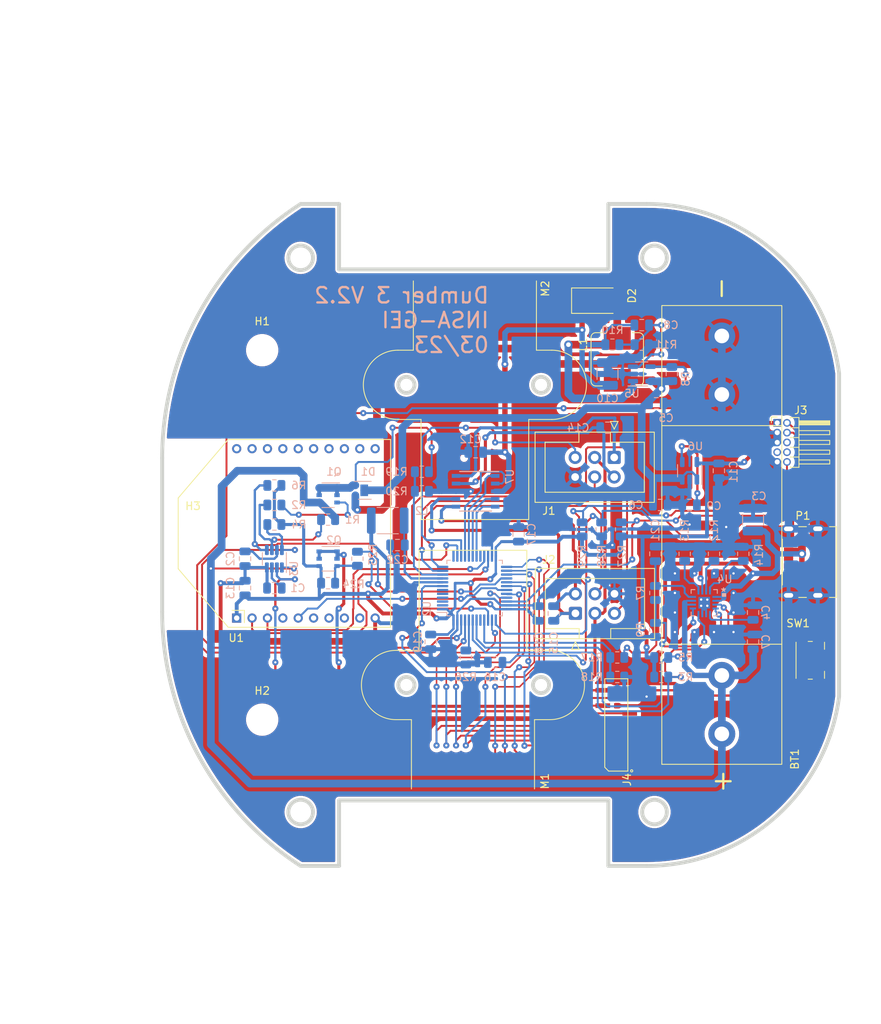
<source format=kicad_pcb>
(kicad_pcb (version 20221018) (generator pcbnew)
  (title_block (title "Dumber-3") (date "2023-04-14") (rev "2.2") (company "INSA-GEI"))
  (layers (0 "F.Cu" signal) (31 "B.Cu" signal) (34 "B.Paste" user) (35 "F.Paste" user) (36 "B.SilkS" user "B.Silkscreen") (37 "F.SilkS" user "F.Silkscreen") (38 "B.Mask" user) (39 "F.Mask" user) (44 "Edge.Cuts" user))
  (net 0 "")
  (net 1 "+BATT")
  (net 2 "GND")
  (net 3 "Net-(C1-Pad1)")
  (net 4 "Net-(C2-Pad1)")
  (net 5 "VBUS")
  (net 6 "Net-(C4-Pad1)")
  (net 7 "Net-(C5-Pad1)")
  (net 8 "+2V5")
  (net 9 "+5V")
  (net 10 "/Power_Charge/Sense_BATT")
  (net 11 "Net-(C9-Pad1)")
  (net 14 "Net-(Q1-Pad3)")
  (net 15 "/Cpu/RESET")
  (net 16 "Net-(J1-Pad3)")
  (net 17 "Net-(C21-Pad1)")
  (net 18 "Net-(Q2-Pad3)")
  (net 19 "Net-(R7-Pad2)")
  (net 20 "Net-(R12-Pad1)")
  (net 21 "Net-(R13-Pad1)")
  (net 22 "Net-(R14-Pad1)")
  (net 23 "/Cpu/OUTGAUCHE_A")
  (net 24 "/Cpu/OUTGAUCHE_B")
  (net 25 "/Cpu/OUTDROIT_A")
  (net 27 "/Cpu/OUTDROIT_B")
  (net 31 "Net-(C8-Pad1)")
  (net 35 "Net-(D2-Pad2)")
  (net 42 "/Cpu/ENCGAUCHE_A")
  (net 43 "/Cpu/ENCGAUCHE_B")
  (net 44 "/Cpu/ENCDROIT_A")
  (net 45 "/Cpu/ENCDROIT_B")
  (net 46 "/Cpu/USART_RX")
  (net 53 "/Cpu/USART_TX")
  (net 54 "/Cpu/XBEE_RESET")
  (net 58 "Net-(R1-Pad1)")
  (net 59 "/Cpu/CHARGER_ST1")
  (net 61 "/Cpu/SHUTDOWN")
  (net 62 "/Cpu/CHARGER_ST2")
  (net 63 "/Cpu/PWM_GAUCHE_A")
  (net 64 "/Cpu/PWM_GAUCHE_B")
  (net 65 "/Cpu/BUTTON_SENSE")
  (net 66 "/Cpu/USB_SENSE")
  (net 67 "/Cpu/BATTERY_SENSE")
  (net 68 "/Cpu/SHUTDOWN_ENC")
  (net 69 "Net-(R26-Pad2)")
  (net 70 "/Cpu/SEG_A")
  (net 71 "/Cpu/SEG_B")
  (net 72 "/Cpu/SEG_C")
  (net 73 "/Cpu/SEG_D")
  (net 74 "/Cpu/SWDIO")
  (net 75 "/Cpu/PWM_DROIT_A")
  (net 76 "/Cpu/PWM_DROIT_B")
  (net 77 "/Cpu/SWCLK")
  (net 78 "/Cpu/SHUTDOWN_5V")
  (net 80 "/Cpu/SEG_E")
  (net 81 "/Cpu/SEG_F")
  (net 82 "/Cpu/SEG_G")
  (net 83 "/Cpu/SEG_DP")
  (net 84 "/Cpu/BUTTON_PRESS")
  (net 85 "Net-(U2-Pad9)")
  (footprint "INSA:Motor Pololu HPCB with encoder" (layer "F.Cu") (at 150.15 150 90)
    (fp_text reference "M1")
    (fp_text value "Motor")
  )
  (footprint "Button_Switch_SMD:Panasonic_EVQPUJ_EVQPUA" (layer "F.Cu") (at 194 122.288 -90)
    (fp_text reference "SW1")
    (fp_text value "SW_Push")
  )
  (footprint "Connector_IDC:IDC-Header_2x03_P2.54mm_Vertical" (layer "F.Cu") (at 168.513 95.9355 -90)
    (fp_text reference "J1")
    (fp_text value "Conn_02x03_Odd_Even")
  )
  (footprint "Diode_SMD:D_SMA" (layer "F.Cu") (at 166.37 75.565)
    (fp_text reference "D2")
    (fp_text value "FM5818-W")
  )
  (footprint "Inductor_SMD:L_Bourns_SRP7028A_7.3x6.6mm" (layer "F.Cu") (at 168.91 83.185 90)
    (fp_text reference "L1")
    (fp_text value "10µH")
  )
  (footprint "INSA:TE 1-84982-0" (layer "F.Cu") (at 168.783 130.683 90)
    (fp_text reference "J4")
    (fp_text value "TE 1-84982-0")
  )
  (footprint "INSA:Motor Pololu HPCB with encoder" (layer "F.Cu") (at 150.4 62 -90)
    (fp_text reference "M2")
    (fp_text value "Motor")
  )
  (footprint "INSA:Battery-14500" (layer "F.Cu") (at 182.5 106 90)
    (fp_text reference "BT1")
    (fp_text value "Li-ION")
  )
  (footprint "Connector_IDC:IDC-Header_2x03_P2.54mm_Vertical" (layer "F.Cu") (at 163.468 116.188 90)
    (fp_text reference "J2")
    (fp_text value "Conn_02x03_Odd_Even")
  )
  (footprint "INSA:USB_C_Receptacle_GCT_USB4125" (layer "F.Cu") (at 190.5 114 90)
    (fp_text reference "P1")
    (fp_text value "USB_C_Plug_GCT_USB4125")
  )
  (footprint "MountingHole:MountingHole_3.2mm_M3_ISO14580" (layer "F.Cu") (at 113.75 106)
    (fp_text reference "H3")
    (fp_text value "MountingHole")
  )
  (footprint "MountingHole:MountingHole_3.2mm_M3_ISO14580" (layer "F.Cu") (at 122.75 130)
    (fp_text reference "H2")
    (fp_text value "MountingHole")
  )
  (footprint "MountingHole:MountingHole_3.2mm_M3_ISO14580" (layer "F.Cu") (at 122.75 82)
    (fp_text reference "H1")
    (fp_text value "MountingHole")
  )
  (footprint "Connector_PinHeader_1.27mm:PinHeader_2x05_P1.27mm_Horizontal" (layer "F.Cu") (at 189.7 91.44)
    (fp_text reference "J3")
    (fp_text value "Conn_02x05_Odd_Even")
  )
  (footprint "INSA:XBEE-3-TH" (layer "F.Cu") (at 139.435 118 90)
    (fp_text reference "U1")
    (fp_text value "XBEE-3")
  )
  (footprint "Capacitor_SMD:C_0805_2012Metric" (layer "B.Cu") (at 156.083 105.918 90)
    (fp_text reference "C17")
    (fp_text value "100nF")
  )
  (footprint "Resistor_SMD:R_0805_2012Metric" (layer "B.Cu") (at 168.275 81.28)
    (fp_text reference "R10")
    (fp_text value "40.2K")
  )
  (footprint "Package_QFP:LQFP-48_7x7mm_P0.5mm" (layer "B.Cu") (at 150.368 112.903)
    (fp_text reference "U2")
    (fp_text value "STM32F071CBTx")
  )
  (footprint "Capacitor_SMD:C_0805_2012Metric" (layer "B.Cu") (at 186.563 116.078 90)
    (fp_text reference "C4")
    (fp_text value "10nF")
  )
  (footprint "Resistor_SMD:R_0805_2012Metric" (layer "B.Cu") (at 173.863 113.538 -90)
    (fp_text reference "R7")
    (fp_text value "1K")
  )
  (footprint "Resistor_SMD:R_0805_2012Metric" (layer "B.Cu") (at 168.91 121.92 180)
    (fp_text reference "R17")
    (fp_text value "1K")
  )
  (footprint "Capacitor_SMD:C_0805_2012Metric" (layer "B.Cu") (at 174.498 102.108)
    (fp_text reference "C6")
    (fp_text value "10µF")
  )
  (footprint "Inductor_SMD:L_1812_4532Metric" (layer "B.Cu") (at 139.065 104.14 180)
    (fp_text reference "L2")
    (fp_text value "5,6µH")
  )
  (footprint "Resistor_SMD:R_0805_2012Metric" (layer "B.Cu") (at 174.625 124.46)
    (fp_text reference "R3")
    (fp_text value "1K")
  )
  (footprint "Capacitor_SMD:C_0805_2012Metric" (layer "B.Cu") (at 144.653 119.888 -90)
    (fp_text reference "C19")
    (fp_text value "100nF")
  )
  (footprint "Package_TO_SOT_SMD:SOT-23-8" (layer "B.Cu") (at 124.333 109.093 90)
    (fp_text reference "U3")
    (fp_text value "LTC2954-2")
  )
  (footprint "Package_SO:TSOP-6_1.65x3.05mm_P0.95mm" (layer "B.Cu") (at 131.318 109.093 180)
    (fp_text reference "Q2")
    (fp_text value "PMN52XP")
  )
  (footprint "Capacitor_SMD:C_0805_2012Metric" (layer "B.Cu") (at 173.863 108.458 90)
    (fp_text reference "C21")
    (fp_text value "1nF")
  )
  (footprint "Resistor_SMD:R_0805_2012Metric" (layer "B.Cu") (at 131.318 112.268)
    (fp_text reference "R24")
    (fp_text value "100K")
  )
  (footprint "Resistor_SMD:R_0805_2012Metric" (layer "B.Cu") (at 131.318 104.013)
    (fp_text reference "R1")
    (fp_text value "100K")
  )
  (footprint "Capacitor_SMD:C_0805_2012Metric" (layer "B.Cu") (at 186.563 119.888 90)
    (fp_text reference "C7")
    (fp_text value "1µF")
  )
  (footprint "Resistor_SMD:R_0805_2012Metric" (layer "B.Cu") (at 177.673 108.458 90)
    (fp_text reference "R13")
    (fp_text value "300")
  )
  (footprint "Capacitor_SMD:C_0805_2012Metric" (layer "B.Cu") (at 140.335 107.315 180)
    (fp_text reference "C22")
    (fp_text value "1µF")
  )
  (footprint "Package_SO:SSOP-10_3.9x4.9mm_P1.00mm" (layer "B.Cu") (at 150.495 100.33 180)
    (fp_text reference "U7")
    (fp_text value "A3909")
  )
  (footprint "Capacitor_SMD:C_1210_3225Metric" (layer "B.Cu") (at 186.563 104.013 90)
    (fp_text reference "C3")
    (fp_text value "100µF")
  )
  (footprint "Resistor_SMD:R_0805_2012Metric" (layer "B.Cu") (at 124.333 102.108 180)
    (fp_text reference "R2")
    (fp_text value "100K")
  )
  (footprint "Capacitor_SMD:C_0805_2012Metric" (layer "B.Cu") (at 172.085 78.74 180)
    (fp_text reference "C8")
    (fp_text value "650pF")
  )
  (footprint "Resistor_SMD:R_0805_2012Metric" (layer "B.Cu") (at 174.625 121.92)
    (fp_text reference "R5")
    (fp_text value "1K")
  )
  (footprint "Resistor_SMD:R_0805_2012Metric" (layer "B.Cu") (at 172.085 81.28 180)
    (fp_text reference "R11")
    (fp_text value "13.3K")
  )
  (footprint "Capacitor_SMD:C_0805_2012Metric" (layer "B.Cu") (at 173.99 88.9)
    (fp_text reference "C5")
    (fp_text value "2.2µF")
  )
  (footprint "Resistor_SMD:R_0805_2012Metric" (layer "B.Cu") (at 168.91 124.46)
    (fp_text reference "R18")
    (fp_text value "1K")
  )
  (footprint "Resistor_SMD:R_0805_2012Metric" (layer "B.Cu") (at 143.51 97.79 180)
    (fp_text reference "R19")
    (fp_text value "150K")
  )
  (footprint "Capacitor_SMD:C_0805_2012Metric" (layer "B.Cu") (at 120.523 112.903 90)
    (fp_text reference "C13")
    (fp_text value "1µF")
  )
  (footprint "INSA:L6924UTR" (layer "B.Cu") (at 180.213 114.808 180)
    (fp_text reference "U4")
    (fp_text value "L6924U" hide)
  )
  (footprint "Resistor_SMD:R_0805_2012Metric" (layer "B.Cu") (at 173.863 118.3405 -90)
    (fp_text reference "R9")
    (fp_text value "470")
  )
  (footprint "Resistor_SMD:R_0805_2012Metric" (layer "B.Cu") (at 185.293 108.458 90)
    (fp_text reference "R14")
    (fp_text value "15K")
  )
  (footprint "Resistor_SMD:R_0805_2012Metric" (layer "B.Cu") (at 164.338 105.283 90)
    (fp_text reference "R29")
    (fp_text value "100K")
  )
  (footprint "Capacitor_SMD:C_1210_3225Metric" (layer "B.Cu") (at 167.64 85.09 90)
    (fp_text reference "C10")
    (fp_text value "10µF")
  )
  (footprint "Resistor_SMD:R_0805_2012Metric" (layer "B.Cu") (at 149.225 121.92 90)
    (fp_text reference "R26")
    (fp_text value "10K")
  )
  (footprint "Resistor_SMD:R_0805_2012Metric" (layer "B.Cu") (at 166.878 105.283 -90)
    (fp_text reference "R28")
    (fp_text value "100K")
  )
  (footprint "Resistor_SMD:R_0805_2012Metric" (layer "B.Cu") (at 176 85.09 -90)
    (fp_text reference "R8")
    (fp_text value "47K")
  )
  (footprint "Resistor_SMD:R_0805_2012Metric" (layer "B.Cu") (at 124.333 99.568 180)
    (fp_text reference "R6")
    (fp_text value "10K")
  )
  (footprint "Resistor_SMD:R_0805_2012Metric" (layer "B.Cu") (at 135.128 109.093 90)
    (fp_text reference "R25")
    (fp_text value "10R")
  )
  (footprint "Resistor_SMD:R_0805_2012Metric" (layer "B.Cu") (at 169.418 105.283 90)
    (fp_text reference "R27")
    (fp_text value "100K")
  )
  (footprint "Capacitor_SMD:C_0805_2012Metric" (layer "B.Cu") (at 167.64 92.075 180)
    (fp_text reference "C14")
    (fp_text value "470nF")
  )
  (footprint "Resistor_SMD:R_0805_2012Metric" (layer "B.Cu") (at 181.483 108.458 90)
    (fp_text reference "R12")
    (fp_text value "15K")
  )
  (footprint "Capacitor_SMD:C_0805_2012Metric" (layer "B.Cu") (at 160.655 116.205 90)
    (fp_text reference "C15")
    (fp_text value "470nF")
  )
  (footprint "Capacitor_SMD:C_0805_2012Metric" (layer "B.Cu") (at 150.495 95.25 180)
    (fp_text reference "C12")
    (fp_text value "1µF")
  )
  (footprint "Capacitor_SMD:C_0805_2012Metric" (layer "B.Cu") (at 124.333 112.903 180)
    (fp_text reference "C1")
    (fp_text value "10nF")
  )
  (footprint "Package_SO:TSOP-6_1.65x3.05mm_P0.95mm" (layer "B.Cu") (at 131.318 100.838 180)
    (fp_text reference "Q1")
    (fp_text value "PMN52XP")
  )
  (footprint "Package_TO_SOT_SMD:SOT-23-5" (layer "B.Cu") (at 178.308 97.663 90)
    (fp_text reference "U6")
    (fp_text value "AP2206")
  )
  (footprint "Capacitor_SMD:C_0805_2012Metric" (layer "B.Cu") (at 178.308 102.108 180)
    (fp_text reference "C9")
    (fp_text value "100pF")
  )
  (footprint "Capacitor_SMD:C_0805_2012Metric" (layer "B.Cu") (at 182.118 97.663 -90)
    (fp_text reference "C11")
    (fp_text value "10µF")
  )
  (footprint "Capacitor_SMD:C_0805_2012Metric" (layer "B.Cu") (at 158.623 116.205 90)
    (fp_text reference "C18")
    (fp_text value "100nF")
  )
  (footprint "INSA:Nexperia_SOT-1061" (layer "B.Cu") (at 134.763 99.203 -90)
    (fp_text reference "D1")
    (fp_text value "PMEG2020CPA")
  )
  (footprint "Package_TO_SOT_SMD:SOT-23-5" (layer "B.Cu") (at 172.085 85.09)
    (fp_text reference "U5")
    (fp_text value "LM2731XMF")
  )
  (footprint "Capacitor_SMD:C_0805_2012Metric" (layer "B.Cu") (at 153.035 122.555 180)
    (fp_text reference "C16")
    (fp_text value "100nF")
  )
  (footprint "Resistor_SMD:R_0805_2012Metric" (layer "B.Cu") (at 124.333 104.648 180)
    (fp_text reference "R4")
    (fp_text value "100K")
  )
  (footprint "Capacitor_SMD:C_0805_2012Metric" (layer "B.Cu") (at 120.523 109.093 -90)
    (fp_text reference "C2")
    (fp_text value "68nF")
  )
  (footprint "Resistor_SMD:R_0805_2012Metric" (layer "B.Cu") (at 143.51 100.33)
    (fp_text reference "R20")
    (fp_text value "100K")
  )
  (gr_circle locked (center 173.75 70) (end 173.75 69.99) (stroke (width 0.0001)) (fill solid) (layer "Edge.Cuts"))
  (gr_circle locked (center 141.5 86.5) (end 141.5 86.49) (stroke (width 0.0001)) (fill solid) (layer "Edge.Cuts"))
  (gr_circle locked (center 173.75 70) (end 173.75 68.4) (stroke (width 0.5)) (fill none) (layer "Edge.Cuts"))
  (gr_circle locked (center 141.5 86.5) (end 141.5 85.45) (stroke (width 0.5)) (fill none) (layer "Edge.Cuts"))
  (gr_line locked (start 167.75 63) (end 167.75 71.5) (stroke (width 0.5)) (layer "Edge.Cuts"))
  (gr_line locked (start 109.75 96) (end 109.75 116) (stroke (width 0.5)) (layer "Edge.Cuts"))
  (gr_circle locked (center 127.75 142) (end 127.75 140.4) (stroke (width 0.5)) (fill none) (layer "Edge.Cuts"))
  (gr_arc locked (start 109.75 96) (mid 114.542599 77.205054) (end 127.75 63) (stroke (width 0.5)) (layer "Edge.Cuts"))
  (gr_line locked (start 197.75 127) (end 197.75 85) (stroke (width 0.5)) (layer "Edge.Cuts"))
  (gr_circle locked (center 127.75 70) (end 127.75 68.4) (stroke (width 0.5)) (fill none) (layer "Edge.Cuts"))
  (gr_line locked (start 167.75 149) (end 172.75 149) (stroke (width 0.5)) (layer "Edge.Cuts"))
  (gr_line locked (start 172.75 63) (end 167.75 63) (stroke (width 0.5)) (layer "Edge.Cuts"))
  (gr_circle locked (center 159 125.5) (end 159 125.49) (stroke (width 0.0001)) (fill solid) (layer "Edge.Cuts"))
  (gr_circle locked (center 159 86.5) (end 159 86.49) (stroke (width 0.0001)) (fill solid) (layer "Edge.Cuts"))
  (gr_circle locked (center 149 116) (end 149 115.99) (stroke (width 0.0001)) (fill solid) (layer "Edge.Cuts"))
  (gr_line locked (start 132.75 149) (end 132.75 140.5) (stroke (width 0.5)) (layer "Edge.Cuts"))
  (gr_line locked (start 167.75 140.5) (end 167.75 149) (stroke (width 0.5)) (layer "Edge.Cuts"))
  (gr_line locked (start 127.75 149) (end 132.75 149) (stroke (width 0.5)) (layer "Edge.Cuts"))
  (gr_line locked (start 167.75 71.5) (end 132.75 71.5) (stroke (width 0.5)) (layer "Edge.Cuts"))
  (gr_circle locked (center 127.75 70) (end 127.75 69.99) (stroke (width 0.0001)) (fill solid) (layer "Edge.Cuts"))
  (gr_arc locked (start 127.75 149) (mid 114.542599 134.794946) (end 109.75 116) (stroke (width 0.5)) (layer "Edge.Cuts"))
  (gr_circle locked (center 173.75 142) (end 173.75 140.4) (stroke (width 0.5)) (fill none) (layer "Edge.Cuts"))
  (gr_circle locked (center 149 96) (end 149 95.99) (stroke (width 0.0001)) (fill solid) (layer "Edge.Cuts"))
  (gr_line locked (start 132.75 63) (end 127.75 63) (stroke (width 0.5)) (layer "Edge.Cuts"))
  (gr_line locked (start 132.75 71.5) (end 132.75 63) (stroke (width 0.5)) (layer "Edge.Cuts"))
  (gr_arc locked (start 172.75 63) (mid 189.400824 69.283153) (end 197.75 85) (stroke (width 0.5)) (layer "Edge.Cuts"))
  (gr_circle locked (center 159 86.5) (end 159 85.45) (stroke (width 0.5)) (fill none) (layer "Edge.Cuts"))
  (gr_circle locked (center 173.75 142) (end 173.75 141.99) (stroke (width 0.0001)) (fill solid) (layer "Edge.Cuts"))
  (gr_circle locked (center 141.5 125.5) (end 141.5 125.49) (stroke (width 0.0001)) (fill solid) (layer "Edge.Cuts"))
  (gr_line locked (start 132.75 140.5) (end 167.75 140.5) (stroke (width 0.5)) (layer "Edge.Cuts"))
  (gr_circle locked (center 159 125.5) (end 159 124.45) (stroke (width 0.5)) (fill none) (layer "Edge.Cuts"))
  (gr_circle locked (center 141.5 125.5) (end 141.5 124.45) (stroke (width 0.5)) (fill none) (layer "Edge.Cuts"))
  (gr_arc locked (start 197.75 127) (mid 189.400826 142.716848) (end 172.75 149) (stroke (width 0.5)) (layer "Edge.Cuts"))
  (gr_circle locked (center 127.75 142) (end 127.76 142) (stroke (width 0.0001)) (fill solid) (layer "Edge.Cuts"))
  (gr_text "Dumber 3 V2.2\nINSA-GEI\n03/23\n" (at 152.4 78.105) (layer "B.SilkS") (effects (font (size 2 2) (thickness 0.3)) (justify left mirror)))
  (segment (start 126.873 110.363) (end 116.078 110.363) (width 0.25) (layer "F.Cu") (net 1))
  (via (at 116.078 110.363) (size 0.8) (drill 0.3) (layers "F.Cu" "B.Cu") (net 1))
  (via (at 126.873 110.363) (size 0.8) (drill 0.3) (layers "F.Cu" "B.Cu") (net 1))
  (segment (start 117.475 107.696) (end 117.475 99.695) (width 1) (layer "B.Cu") (net 1))
  (segment (start 116.078 109.093) (end 117.475 107.696) (width 1) (layer "B.Cu") (net 1))
  (segment (start 132.2305 104.013) (end 132.2305 103.8605) (width 0.7) (layer "B.Cu") (net 1))
  (segment (start 128.143 98.298) (end 128.143 101.473) (width 1) (layer "B.Cu") (net 1))
  (segment (start 127.508 97.663) (end 128.143 98.298) (width 1) (layer "B.Cu") (net 1))
  (segment (start 182.5 137.415) (end 181.612 138.303) (width 1) (layer "B.Cu") (net 1))
  (segment (start 126.7405 110.2305) (end 126.873 110.363) (width 0.25) (layer "B.Cu") (net 1))
  (segment (start 116.078 110.363) (end 116.078 109.093) (width 1) (layer "B.Cu") (net 1))
  (segment (start 130.158 101.788) (end 130.253 101.788) (width 1) (layer "B.Cu") (net 1))
  (segment (start 116.078 133.223) (end 116.078 110.363) (width 1) (layer "B.Cu") (net 1))
  (segment (start 121.158 138.303) (end 116.078 133.223) (width 1) (layer "B.Cu") (net 1))
  (segment (start 182.5 131.85) (end 182.5 124.25) (width 1) (layer "B.Cu") (net 1))
  (segment (start 119.507 97.663) (end 127.508 97.663) (width 1) (layer "B.Cu") (net 1))
  (segment (start 177.923 115.058) (end 178.7398 115.058) (width 0.25) (layer "B.Cu") (net 1))
  (segment (start 185.376 124.25) (end 186.563 123.063) (width 1) (layer "B.Cu") (net 1))
  (segment (start 182.5 131.85) (end 182.5 137.415) (width 1) (layer "B.Cu") (net 1))
  (segment (start 178.86 124.25) (end 177.673 123.063) (width 0.7) (layer "B.Cu") (net 1))
  (segment (start 132.2305 103.7655) (end 132.2305 104.013) (width 1) (layer "B.Cu") (net 1))
  (segment (start 117.475 99.695) (end 119.507 97.663) (width 1) (layer "B.Cu") (net 1))
  (segment (start 177.673 123.063) (end 177.673 114.808) (width 0.7) (layer "B.Cu") (net 1))
  (segment (start 181.612 138.303) (end 121.158 138.303) (width 1) (layer "B.Cu") (net 1))
  (segment (start 186.563 123.063) (end 186.563 120.838) (width 1) (layer "B.Cu") (net 1))
  (segment (start 182.5 124.25) (end 178.86 124.25) (width 0.7) (layer "B.Cu") (net 1))
  (segment (start 177.923 114.558) (end 177.673 114.808) (width 0.25) (layer "B.Cu") (net 1))
  (segment (start 128.458 101.788) (end 130.158 101.788) (width 1) (layer "B.Cu") (net 1))
  (segment (start 177.673 114.808) (end 177.923 115.058) (width 0.25) (layer "B.Cu") (net 1))
  (segment (start 128.143 101.473) (end 128.458 101.788) (width 1) (layer "B.Cu") (net 1))
  (segment (start 125.308 110.2305) (end 126.7405 110.2305) (width 0.25) (layer "B.Cu") (net 1))
  (segment (start 130.253 101.788) (end 132.2305 103.7655) (width 1) (layer "B.Cu") (net 1))
  (segment (start 178.7398 114.558) (end 177.923 114.558) (width 0.25) (layer "B.Cu") (net 1))
  (segment (start 182.5 124.25) (end 185.376 124.25) (width 1) (layer "B.Cu") (net 1))
  (segment (start 118.11 120.015) (end 117.348 119.253) (width 0.5) (layer "F.Cu") (net 2))
  (segment (start 168.548 113.648) (end 168.548 107.588) (width 0.4) (layer "F.Cu") (net 2))
  (segment (start 117.348 119.253) (end 117.348 112.268) (width 0.5) (layer "F.Cu") (net 2))
  (segment (start 194.945 124.093) (end 194.945 113.885) (width 1) (layer "F.Cu") (net 2))
  (segment (start 172.72 127) (end 172.72 134.8105) (width 0.25) (layer "F.Cu") (net 2))
  (segment (start 137.16 120.015) (end 118.11 120.015) (width 0.5) (layer "F.Cu") (net 2))
  (segment (start 191.18 106.78) (end 191.18 105.21) (width 1) (layer "F.Cu") (net 2))
  (segment (start 137.435 119.74) (end 137.16 120.015) (width 0.5) (layer "F.Cu") (net 2))
  (segment (start 178.308 104.648) (end 182.748 104.648) (width 0.5) (layer "F.Cu") (net 2))
  (segment (start 161.5785 100.33) (end 163.433 98.4755) (width 0.7) (layer "F.Cu") (net 2))
  (segment (start 172.72 134.8105) (end 172.3475 135.183) (width 0.25) (layer "F.Cu") (net 2))
  (segment (start 172.3475 135.183) (end 170.533 135.183) (width 0.25) (layer "F.Cu") (net 2))
  (segment (start 168.548 107.588) (end 168.275 107.315) (width 0.4) (layer "F.Cu") (net 2))
  (segment (start 149.86 100.33) (end 161.5785 100.33) (width 0.7) (layer "F.Cu") (net 2))
  (segment (start 137.435 116.8) (end 137.435 119.74) (width 0.5) (layer "F.Cu") (net 2))
  (segment (start 182.748 104.648) (end 183.068 104.968) (width 0.5) (layer "F.Cu") (net 2))
  (segment (start 194.85 124.188) (end 194.945 124.093) (width 1) (layer "F.Cu") (net 2))
  (segment (start 191.18 112.28) (end 191.18 113.85) (width 1) (layer "F.Cu") (net 2))
  (segment (start 194.945 113.885) (end 194.98 113.85) (width 1) (layer "F.Cu") (net 2))
  (via locked (at 184.023 113.538) (size 0.8) (drill 0.3) (layers "F.Cu" "B.Cu") (net 2))
  (via locked (at 176.403 110.998) (size 0.8) (drill 0.3) (layers "F.Cu" "B.Cu") (net 2))
  (via (at 149.86 100.33) (size 0.8) (drill 0.3) (layers "F.Cu" "B.Cu") (net 2))
  (via locked (at 181.483 110.998) (size 0.8) (drill 0.3) (layers "F.Cu" "B.Cu") (net 2))
  (via (at 172.72 127) (size 0.8) (drill 0.3) (layers "F.Cu" "B.Cu") (net 2))
  (via (at 117.348 112.268) (size 0.8) (drill 0.3) (layers "F.Cu" "B.Cu") (net 2))
  (via locked (at 176.403 116.078) (size 0.8) (drill 0.3) (layers "F.Cu" "B.Cu") (net 2))
  (via (at 168.275 107.315) (size 0.8) (drill 0.3) (layers "F.Cu" "B.Cu") (net 2))
  (via locked (at 176.403 113.538) (size 0.8) (drill 0.3) (layers "F.Cu" "B.Cu") (net 2))
  (via locked (at 178.943 118.618) (size 0.8) (drill 0.3) (layers "F.Cu" "B.Cu") (net 2))
  (via locked (at 178.943 110.998) (size 0.8) (drill 0.3) (layers "F.Cu" "B.Cu") (net 2))
  (via locked (at 184.023 110.998) (size 0.8) (drill 0.3) (layers "F.Cu" "B.Cu") (net 2))
  (via (at 183.068 104.968) (size 0.8) (drill 0.3) (layers "F.Cu" "B.Cu") (net 2))
  (via locked (at 176.403 118.618) (size 0.8) (drill 0.3) (layers "F.Cu" "B.Cu") (net 2))
  (via (at 178.308 104.648) (size 0.8) (drill 0.3) (layers "F.Cu" "B.Cu") (net 2))
  (via locked (at 181.483 118.618) (size 0.8) (drill 0.3) (layers "F.Cu" "B.Cu") (net 2))
  (via locked (at 184.023 118.618) (size 0.8) (drill 0.3) (layers "F.Cu" "B.Cu") (net 2))
  (via locked (at 184.023 116.078) (size 0.8) (drill 0.3) (layers "F.Cu" "B.Cu") (net 2))
  (segment (start 175.448 102.108) (end 177.358 102.108) (width 1) (layer "B.Cu") (net 2))
  (segment (start 188.468 94.504894) (end 188.992894 93.98) (width 1) (layer "B.Cu") (net 2))
  (segment (start 145.796 100.33) (end 145.923 100.203) (width 0.7) (layer "B.Cu") (net 2))
  (segment (start 168.098 105.233) (end 177.723 105.233) (width 0.4) (layer "B.Cu") (net 2))
  (segment (start 190.693 115.128) (end 191.18 115.615) (width 1) (layer "B.Cu") (net 2))
  (segment (start 182.5 92.33) (end 182.5 87.75) (width 1) (layer "B.Cu") (net 2))
  (segment (start 142.113 112.583) (end 142.113 116.713) (width 0.5) (layer "B.Cu") (net 2))
  (segment (start 171.45 118.745) (end 171.958 119.253) (width 0.4) (layer "B.Cu") (net 2))
  (segment (start 166.878 106.1955) (end 166.5205 106.1955) (width 0.4) (layer "B.Cu") (net 2))
  (segment (start 139.385 108.27) (end 140.335 109.22) (width 0.5) (layer "B.Cu") (net 2))
  (segment (start 165.608 105.283) (end 162.748 105.283) (width 0.4) (layer "B.Cu") (net 2))
  (segment (start 172.72 125.73) (end 171.323 124.333) (width 0.25) (layer "B.Cu") (net 2))
  (segment (start 168.275 105.41) (end 168.098 105.233) (width 0.4) (layer "B.Cu") (net 2))
  (segment (start 149.098 122.7055) (end 149.225 122.8325) (width 0.5) (layer "B.Cu") (net 2))
  (segment (start 153.223 104.968) (end 156.083 104.968) (width 0.3) (layer "B.Cu") (net 2))
  (segment (start 148.118 118.329396) (end 147.32 119.127396) (width 0.3) (layer "B.Cu") (net 2))
  (segment (start 185.2555 107.508) (end 185.293 107.5455) (width 1) (layer "B.Cu") (net 2))
  (segment (start 142.543 112.153) (end 142.113 112.583) (width 0.3) (layer "B.Cu") (net 2))
  (segment (start 178.308 98.8005) (end 178.308 101.158) (width 0.5) (layer "B.Cu") (net 2))
  (segment (start 171.958 119.253) (end 172.593 119.253) (width 0.4) (layer "B.Cu") (net 2))
  (segment (start 191.18 103.55) (end 191.18 105.21) (width 1) (layer "B.Cu") (net 2))
  (segment (start 168.548 111.398) (end 168.548 113.648) (width 0.3) (layer "B.Cu") (net 2))
  (segment (start 182.118 100.838) (end 182.118 98.613) (width 1) (layer "B.Cu") (net 2))
  (segment (start 168.275 107.315) (end 168.275 105.41) (width 0.4) (layer "B.Cu") (net 2))
  (segment (start 181.37 81.28) (end 182.5 80.15) (width 1) (layer "B.Cu") (net 2))
  (segment (start 190.053 118.938) (end 191.18 117.811) (width 1) (layer "B.Cu") (net 2))
  (segment (start 147.945 100.33) (end 149.86 100.33) (width 0.7) (layer "B.Cu") (net 2))
  (segment (start 189.7 92.71) (end 189.7 93.98) (width 1) (layer "B.Cu") (net 2))
  (segment (start 186.563 102.538) (end 189.308 102.538) (width 1) (layer "B.Cu") (net 2))
  (segment (start 120.523 111.953) (end 120.523 110.043) (width 0.4) (layer "B.Cu") (net 2))
  (segment (start 171.445 83.19) (end 168.065 83.19) (width 1) (layer "B.Cu") (net 2))
  (segment (start 177.358 103.698) (end 178.308 104.648) (width 0.5) (layer "B.Cu") (net 2))
  (segment (start 167.64 83.615) (end 167.64 84.455) (width 1) (layer "B.Cu") (net 2))
  (segment (start 148.1055 122.7055) (end 149.098 122.7055) (width 0.5) (layer "B.Cu") (net 2))
  (segment (start 188.468 94.504894) (end 182.769894 94.504894) (width 1) (layer "B.Cu") (net 2))
  (segment (start 161.163 104.968) (end 161.798 104.333) (width 0.5) (layer "B.Cu") (net 2))
  (segment (start 156.083 104.968) (end 161.163 104.968) (width 0.5) (layer "B.Cu") (net 2))
  (segment (start 182.5 94.235) (end 182.5 92.33) (width 1) (layer "B.Cu") (net 2))
  (segment (start 149.225 114.935) (end 149.86 114.3) (width 0.3) (layer "B.Cu") (net 2))
  (segment (start 149.86 114.3) (end 152.90967 114.3) (width 0.3) (layer "B.Cu") (net 2))
  (segment (start 191.18 115.615) (end 191.18 113.85) (width 1) (layer "B.Cu") (net 2))
  (segment (start 166.878 106.1955) (end 166.878 106.172) (width 0.4) (layer "B.Cu") (net 2))
  (segment (start 141.158 112.583) (end 142.113 112.583) (width 0.5) (layer "B.Cu") (net 2))
  (segment (start 152.618 105.573) (end 153.223 104.968) (width 0.3) (layer "B.Cu") (net 2))
  (segment (start 138.11 117.475) (end 142.113 117.475) (width 0.5) (layer "B.Cu") (net 2))
  (segment (start 145.923 100.203) (end 146.05 100.33) (width 0.7) (layer "B.Cu") (net 2))
  (segment (start 194.98 113.85) (end 191.18 113.85) (width 1) (layer "B.Cu") (net 2))
  (segment (start 139.385 107.315) (end 139.385 108.27) (width 0.5) (layer "B.Cu") (net 2))
  (segment (start 140.335 111.76) (end 141.158 112.583) (width 0.5) (layer "B.Cu") (net 2))
  (segment (start 189.308 102.538) (end 190.168 102.538) (width 1) (layer "B.Cu") (net 2))
  (segment (start 182.769894 94.504894) (end 182.5 94.235) (width 1) (layer "B.Cu") (net 2))
  (segment (start 153.76267 115.153) (end 154.5305 115.153) (width 0.3) (layer "B.Cu") (net 2))
  (segment (start 117.348 112.268) (end 120.208 112.268) (width 0.5) (layer "B.Cu") (net 2))
  (segment (start 186.563 118.938) (end 190.053 118.938) (width 1) (layer "B.Cu") (net 2))
  (segment (start 191.19 105.2) (end 191.18 105.21) (width 1) (layer "B.Cu") (net 2))
  (segment (start 158.623 114.427) (end 162.56 110.49) (width 0.3) (layer "B.Cu") (net 2))
  (segment (start 183.068 107.508) (end 185.2555 107.508) (width 1) (layer "B.Cu") (net 2))
  (segment (start 142.113 120.523) (end 142.428 120.838) (width 0.5) (layer "B.Cu") (net 2))
  (segment (start 168.065 83.19) (end 167.64 83.615) (width 1) (layer "B.Cu") (net 2))
  (segment (start 186.563 115.128) (end 190.693 115.128) (width 1) (layer "B.Cu") (net 2))
  (segment (start 171.323 124.333) (end 171.45 124.206) (width 0.5) (layer "B.Cu") (net 2))
  (segment (start 183.068 103.698) (end 183.068 104.968) (width 1) (layer "B.Cu") (net 2))
  (segment (start 173.863 107.508) (end 183.068 107.508) (width 1) (layer "B.Cu") (net 2))
  (segment (start 167.64 110.49) (end 168.548 111.398) (width 0.3) (layer "B.Cu") (net 2))
  (segment (start 149.545 95.25) (end 146.05 95.25) (width 0.7) (layer "B.Cu") (net 2))
  (segment (start 147.32 122.555) (end 147.4705 122.7055) (width 0.3) (layer "B.Cu") (net 2))
  (segment (start 183.818 102.538) (end 182.118 100.838) (width 1) (layer "B.Cu") (net 2))
  (segment (start 152.618 108.7405) (end 152.618 105.573) (width 0.3) (layer "B.Cu") (net 2))
  (segment (start 166.878 106.172) (end 167.817 105.233) (width 0.4) (layer "B.Cu") (net 2))
  (segment (start 177.723 105.233) (end 178.308 104.648) (width 0.4) (layer "B.Cu") (net 2))
  (segment (start 194.98 105.2) (end 194.98 113.85) (width 1) (layer "B.Cu") (net 2))
  (segment (start 144.4225 100.33) (end 145.796 100.33) (width 0.7) (layer "B.Cu") (net 2))
  (segment (start 140.335 109.22) (end 140.335 111.76) (width 0.5) (layer "B.Cu") (net 2))
  (segment (start 149.5025 122.555) (end 149.225 122.8325) (width 0.5) (layer "B.Cu") (net 2))
  (segment (start 158.623 115.255) (end 158.623 114.427) (width 0.3) (layer "B.Cu") (net 2))
  (segment (start 188.992894 93.98) (end 189.7 93.98) (width 1) (layer "B.Cu") (net 2))
  (segment (start 123.383 110.2555) (end 123.358 110.2305) (width 0.4) (layer "B.Cu") (net 2))
  (segment (start 171.45 124.206) (end 171.45 119.888) (width 0.5) (layer "B.Cu") (net 2))
  (segment (start 146.05 100.076) (end 145.923 100.203) (width 0.7) (layer "B.Cu") (net 2))
  (segment (start 142.428 120.838) (end 144.653 120.838) (width 0.5) (layer "B.Cu") (net 2))
  (segment (start 190.168 102.538) (end 191.18 103.55) (width 1) (layer "B.Cu") (net 2))
  (segment (start 184.228 102.538) (end 183.818 102.538) (width 1) (layer "B.Cu") (net 2))
  (segment (start 184.228 102.538) (end 183.068 103.698) (width 1) (layer "B.Cu") (net 2))
  (segment (start 161.798 100.1105) (end 161.798 104.333) (width 0.4) (layer "B.Cu") (net 2))
  (segment (start 152.90967 114.3) (end 153.76267 115.153) (width 0.3) (layer "B.Cu") (net 2))
  (segment (start 189.7 96.52) (end 189.23 96.52) (width 1) (layer "B.Cu") (net 2))
  (segment (start 179.963 115.058) (end 180.213 114.808) (width 0.25) (layer "B.Cu") (net 2))
  (segment (start 148.118 116.042) (end 148.118 117.0655) (width 0.25) (layer "B.Cu") (net 2))
  (segment (start 171.45 119.888) (end 172.085 119.253) (width 0.5) (layer "B.Cu") (net 2))
  (segment (start 146.05 95.25) (end 146.05 100.076) (width 0.7) (layer "B.Cu") (net 2))
  (segment (start 172.593 119.253) (end 173.863 119.253) (width 0.5) (layer "B.Cu") (net 2))
  (segment (start 166.5205 106.1955) (end 165.608 105.283) (width 0.4) (layer "B.Cu") (net 2))
  (segment (start 144.653 120.838) (end 144.653 121.793) (width 0.5) (layer "B.Cu") (net 2))
  (segment (start 144.653 121.793) (end 145.5655 122.7055) (width 0.5) (layer "B.Cu") (net 2))
  (segment (start 142.113 117.475) (end 142.113 116.713) (width 0.5) (layer "B.Cu") (net 2))
  (segment (start 162.56 110.49) (end 167.64 110.49) (width 0.3) (layer "B.Cu") (net 2))
  (segment (start 152.085 122.555) (end 149.5025 122.555) (width 0.5) (layer "B.Cu") (net 2))
  (segment (start 183.068 104.968) (end 183.068 107.508) (width 1) (layer "B.Cu") (net 2))
  (segment (start 172.9975 81.28) (end 181.37 81.28) (width 1) (layer "B.Cu") (net 2))
  (segment (start 137.435 116.8) (end 138.11 117.475) (width 0.5) (layer "B.Cu") (net 2))
  (segment (start 186.563 102.538) (end 184.228 102.538) (width 1) (layer "B.Cu") (net 2))
  (segment (start 167.64 84.455) (end 168.275 85.09) (width 1) (layer "B.Cu") (net 2))
  (segment (start 174.94 88.9) (end 181.35 88.9) (width 1) (layer "B.Cu") (net 2))
  (segment (start 147.4705 122.7055) (end 148.1055 122.7055) (width 0.3) (layer "B.Cu") (net 2))
  (segment (start 120.208 112.268) (end 120.523 111.953) (width 0.5) (layer "B.Cu") (net 2))
  (segment (start 191.18 117.811) (end 191.18 115.615) (width 1) (layer "B.Cu") (net 2))
  (segment (start 177.358 102.108) (end 177.358 103.698) (width 0.5) (layer "B.Cu") (net 2))
  (segment (start 148.118 117.0655) (end 148.118 118.329396) (width 0.3) (layer "B.Cu") (net 2))
  (segment (start 120.7105 110.2305) (end 120.523 110.043) (width 0.4) (layer "B.Cu") (net 2))
  (segment (start 169.8225 124.46) (end 171.196 124.46) (width 0.5) (layer "B.Cu") (net 2))
  (segment (start 154.5305 115.153) (end 158.521 115.153) (width 0.3) (layer "B.Cu") (net 2))
  (segment (start 178.308 101.158) (end 177.358 102.108) (width 0.5) (layer "B.Cu") (net 2))
  (segment (start 194.98 105.2) (end 191.19 105.2) (width 1) (layer "B.Cu") (net 2))
  (segment (start 146.05 100.33) (end 147.945 100.33) (width 0.7) (layer "B.Cu") (net 2))
  (segment (start 162.748 105.283) (end 161.798 104.333) (width 0.4) (layer "B.Cu") (net 2))
  (segment (start 180.463 115.358) (end 180.613 115.208) (width 0.25) (layer "B.Cu") (net 2))
  (segment (start 171.45 114.3) (end 171.45 118.745) (width 0.4) (layer "B.Cu") (net 2))
  (segment (start 123.358 110.2305) (end 120.7105 110.2305) (width 0.4) (layer "B.Cu") (net 2))
  (segment (start 189.7 102.146) (end 189.308 102.538) (width 1) (layer "B.Cu") (net 2))
  (segment (start 123.383 112.903) (end 123.383 110.2555) (width 0.4) (layer "B.Cu") (net 2))
  (segment (start 182.5 80.15) (end 182.5 87.75) (width 1) (layer "B.Cu") (net 2))
  (segment (start 168.275 85.09) (end 169.545 85.09) (width 1) (layer "B.Cu") (net 2))
  (segment (start 172.9975 81.6375) (end 171.445 83.19) (width 1) (layer "B.Cu") (net 2))
  (segment (start 158.521 115.153) (end 158.623 115.255) (width 0.3) (layer "B.Cu") (net 2))
  (segment (start 172.085 119.253) (end 172.593 119.253) (width 0.5) (layer "B.Cu") (net 2))
  (segment (start 172.72 127) (end 172.72 125.73) (width 0.25) (layer "B.Cu") (net 2))
  (segment (start 147.32 119.127396) (end 147.32 122.555) (width 0.3) (layer "B.Cu") (net 2))
  (segment (start 171.196 124.46) (end 171.323 124.333) (width 0.5) (layer "B.Cu") (net 2))
  (segment (start 146.2055 112.153) (end 142.543 112.153) (width 0.3) (layer "B.Cu") (net 2))
  (segment (start 181.35 88.9) (end 182.5 87.75) (width 1) (layer "B.Cu") (net 2))
  (segment (start 142.113 116.713) (end 142.113 120.523) (width 0.5) (layer "B.Cu") (net 2))
  (segment (start 179.963 116.2812) (end 179.963 115.058) (width 0.25) (layer "B.Cu") (net 2))
  (segment (start 189.23 96.52) (end 188.468 95.758) (width 1) (layer "B.Cu") (net 2))
  (segment (start 167.817 105.233) (end 168.098 105.233) (width 0.4) (layer "B.Cu") (net 2))
  (segment (start 149.225 114.935) (end 148.118 116.042) (width 0.25) (layer "B.Cu") (net 2))
  (segment (start 163.433 98.4755) (end 161.798 100.1105) (width 0.4) (layer "B.Cu") (net 2))
  (segment (start 168.548 113.648) (end 170.798 113.648) (width 0.4) (layer "B.Cu") (net 2))
  (segment (start 189.7 96.52) (end 189.7 102.146) (width 1) (layer "B.Cu") (net 2))
  (segment (start 172.9975 81.28) (end 172.9975 81.6375) (width 1) (layer "B.Cu") (net 2))
  (segment (start 170.798 113.648) (end 171.45 114.3) (width 0.4) (layer "B.Cu") (net 2))
  (segment (start 180.463 116.2812) (end 180.463 115.358) (width 0.25) (layer "B.Cu") (net 2))
  (segment (start 188.468 95.758) (end 188.468 94.504894) (width 1) (layer "B.Cu") (net 2))
  (segment (start 169.545 85.09) (end 170.9475 85.09) (width 0.5) (layer "B.Cu") (net 2))
  (segment (start 145.5655 122.7055) (end 148.1055 122.7055) (width 0.5) (layer "B.Cu") (net 2))
  (segment (start 124.008 111.628) (end 125.283 112.903) (width 0.3) (layer "B.Cu") (net 3))
  (segment (start 124.008 110.2305) (end 124.008 111.628) (width 0.3) (layer "B.Cu") (net 3))
  (segment (start 124.658 107.9555) (end 124.658 108.768) (width 0.3) (layer "B.Cu") (net 4))
  (segment (start 124.333 109.093) (end 122.428 109.093) (width 0.3) (layer "B.Cu") (net 4))
  (segment (start 121.478 108.143) (end 120.523 108.143) (width 0.3) (layer "B.Cu") (net 4))
  (segment (start 124.658 108.768) (end 124.333 109.093) (width 0.3) (layer "B.Cu") (net 4))
  (segment (start 122.428 109.093) (end 121.478 108.143) (width 0.3) (layer "B.Cu") (net 4))
  (segment (start 192.913 104.013) (end 195.453 101.473) (width 1) (layer "F.Cu") (net 5))
  (segment (start 175.768 109.728) (end 179.578 109.728) (width 0.5) (layer "F.Cu") (net 5))
  (segment (start 177.038 119.888) (end 175.768 119.888) (width 0.5) (layer "F.Cu") (net 5))
  (segment (start 185.293 109.728) (end 186.563 110.998) (width 0.5) (layer "F.Cu") (net 5))
  (segment (start 195.453 101.473) (end 195.453 86.233) (width 1) (layer "F.Cu") (net 5))
  (segment (start 179.737444 111.633) (end 179.743 111.627444) (width 0.5) (layer "F.Cu") (net 5))
  (segment (start 179.578 109.728) (end 185.293 109.728) (width 0.5) (layer "F.Cu") (net 5))
  (segment (start 161.255 83.785) (end 159.258 81.788) (width 1) (layer "F.Cu") (net 5))
  (segment (start 159.258 81.788) (end 138.938 81.788) (width 1) (layer "F.Cu") (net 5))
  (segment (start 170.18 120.65) (end 170.815 121.285) (width 0.25) (layer "F.Cu") (net 5))
  (segment (start 137.668 91.948) (end 139.065 93.345) (width 1) (layer "F.Cu") (net 5))
  (segment (start 177.673 118.510062) (end 177.673 119.253) (width 0.5) (layer "F.Cu") (net 5))
  (segment (start 175.133 110.363) (end 175.768 109.728) (width 0.5) (layer "F.Cu") (net 5))
  (segment (start 139.065 101.981) (end 138.303 102.743) (width 1) (layer "F.Cu") (net 5))
  (segment (start 171.345 83.82) (end 171.31 83.785) (width 1) (layer "F.Cu") (net 5))
  (segment (start 173.99 120.295095) (end 173.99 119.38) (width 0.25) (layer "F.Cu") (net 5))
  (segment (start 191.18 111.05) (end 192.226 111.05) (width 0.7) (layer "F.Cu") (net 5))
  (segment (start 178.804412 117.37865) (end 177.673 118.510062) (width 0.5) (layer "F.Cu") (net 5))
  (segment (start 139.065 93.345) (end 139.065 101.981) (width 1) (layer "F.Cu") (net 5))
  (segment (start 171.31 83.785) (end 161.255 83.785) (width 1) (layer "F.Cu") (net 5))
  (segment (start 170.815 121.285) (end 173.000095 121.285) (width 0.25) (layer "F.Cu") (net 5))
  (segment (start 177.673 119.253) (end 177.038 119.888) (width 0.5) (layer "F.Cu") (net 5))
  (segment (start 193.04 83.82) (end 171.345 83.82) (width 1) (layer "F.Cu") (net 5))
  (segment (start 137.668 83.058) (end 137.668 91.948) (width 1) (layer "F.Cu") (net 5))
  (segment (start 195.453 86.233) (end 193.04 83.82) (width 1) (layer "F.Cu") (net 5))
  (segment (start 138.303 102.743) (end 135.128 102.743) (width 1) (layer "F.Cu") (net 5))
  (segment (start 173.000095 121.285) (end 173.99 120.295095) (width 0.25) (layer "F.Cu") (net 5))
  (segment (start 173.99 119.38) (end 175.26 119.38) (width 0.25) (layer "F.Cu") (net 5))
  (segment (start 179.743 109.893) (end 179.578 109.728) (width 0.5) (layer "F.Cu") (net 5))
  (segment (start 192.913 110.363) (end 192.913 108.458) (width 0.7) (layer "F.Cu") (net 5))
  (segment (start 179.743 111.627444) (end 179.743 109.893) (width 0.5) (layer "F.Cu") (net 5))
  (segment (start 175.133 119.253) (end 175.133 110.363) (width 0.5) (layer "F.Cu") (net 5))
  (segment (start 175.768 119.888) (end 175.133 119.253) (width 0.5) (layer "F.Cu") (net 5))
  (segment (start 192.226 111.05) (end 192.913 110.363) (width 0.7) (layer "F.Cu") (net 5))
  (segment (start 138.938 81.788) (end 137.668 83.058) (width 1) (layer "F.Cu") (net 5))
  (segment (start 192.913 108.458) (end 192.465 108.01) (width 0.7) (layer "F.Cu") (net 5))
  (segment (start 192.913 108.458) (end 192.913 104.013) (width 1) (layer "F.Cu") (net 5))
  (segment (start 192.465 108.01) (end 191.18 108.01) (width 0.7) (layer "F.Cu") (net 5))
  (via (at 192.913 108.458) (size 1.1) (drill 0.6) (layers "F.Cu" "B.Cu") (net 5))
  (via (at 135.128 102.743) (size 0.9) (drill 0.4) (layers "F.Cu" "B.Cu") (net 5))
  (via (at 186.563 110.998) (size 0.8) (drill 0.3) (layers "F.Cu" "B.Cu") (net 5))
  (via (at 170.18 120.65) (size 0.8) (drill 0.3) (layers "F.Cu" "B.Cu") (net 5))
  (via (at 178.804412 117.37865) (size 0.8) (drill 0.3) (layers "F.Cu" "B.Cu") (net 5))
  (via (at 179.737444 111.633) (size 0.8) (drill 0.3) (layers "F.Cu" "B.Cu") (net 5))
  (segment (start 186.563 105.488) (end 188.038 105.488) (width 0.7) (layer "B.Cu") (net 5))
  (segment (start 178.7398 117.314038) (end 178.804412 117.37865) (width 0.25) (layer "B.Cu") (net 5))
  (segment (start 170.18 120.65) (end 169.8225 121.0075) (width 0.25) (layer "B.Cu") (net 5))
  (segment (start 134.863 102.478) (end 134.863 100.853) (width 1) (layer "B.Cu") (net 5))
  (segment (start 186.563 110.998) (end 184.923 112.638) (width 0.7) (layer "B.Cu") (net 5))
  (segment (start 182.753 114.173) (end 182.368 114.558) (width 0.25) (layer "B.Cu") (net 5))
  (segment (start 178.7398 115.558001) (end 178.7398 117.314038) (width 0.25) (layer "B.Cu") (net 5))
  (segment (start 186.563 110.998) (end 189.103 110.998) (width 0.7) (layer "B.Cu") (net 5))
  (segment (start 183.650207 112.638) (end 182.753 113.535207) (width 0.7) (layer "B.Cu") (net 5))
  (segment (start 169.8225 121.0075) (end 169.8225 121.92) (width 0.25) (layer "B.Cu") (net 5))
  (segment (start 184.923 112.638) (end 183.650207 112.638) (width 0.7) (layer "B.Cu") (net 5))
  (segment (start 179.737444 111.633) (end 179.963 111.858556) (width 0.25) (layer "B.Cu") (net 5))
  (segment (start 188.468 107.188) (end 189.738 108.458) (width 0.7) (layer "B.Cu") (net 5))
  (segment (start 182.368 114.558) (end 181.6862 114.558) (width 0.25) (layer "B.Cu") (net 5))
  (segment (start 189.103 110.998) (end 189.738 110.363) (width 0.7) (layer "B.Cu") (net 5))
  (segment (start 181.6862 114.057999) (end 182.637999 114.057999) (width 0.25) (layer "B.Cu") (net 5))
  (segment (start 182.753 113.535207) (end 182.753 114.173) (width 0.7) (layer "B.Cu") (net 5))
  (segment (start 188.468 105.918) (end 188.468 107.188) (width 0.7) (layer "B.Cu") (net 5))
  (segment (start 135.128 102.743) (end 134.863 102.478) (width 1) (layer "B.Cu") (net 5))
  (segment (start 189.738 110.363) (end 189.738 108.458) (width 0.7) (layer "B.Cu") (net 5))
  (segment (start 182.637999 114.057999) (end 182.753 114.173) (width 0.25) (layer "B.Cu") (net 5))
  (segment (start 188.038 105.488) (end 188.468 105.918) (width 0.7) (layer "B.Cu") (net 5))
  (segment (start 179.963 111.858556) (end 179.963 113.3348) (width 0.25) (layer "B.Cu") (net 5))
  (segment (start 189.738 108.458) (end 192.913 108.458) (width 0.7) (layer "B.Cu") (net 5))
  (segment (start 180.963001 116.2812) (end 180.963001 116.828001) (width 0.25) (layer "B.Cu") (net 6))
  (segment (start 180.963001 116.828001) (end 181.163 117.028) (width 0.25) (layer "B.Cu") (net 6))
  (segment (start 186.563 117.028) (end 181.163 117.028) (width 0.25) (layer "B.Cu") (net 6))
  (segment (start 168.91 85.91) (end 173.54 85.91) (width 1) (layer "F.Cu") (net 7))
  (segment (start 173.54 85.91) (end 174.625 86.995) (width 1) (layer "F.Cu") (net 7))
  (via (at 174.625 86.995) (size 1.1) (drill 0.6) (layers "F.Cu" "B.Cu") (net 7))
  (segment (start 174.625 86.995) (end 174.625 86.36) (width 1) (layer "B.Cu") (net 7))
  (segment (start 173.2225 86.04) (end 174.305 86.04) (width 1) (layer "B.Cu") (net 7))
  (segment (start 174.625 86.36) (end 174.305 86.04) (width 1) (layer "B.Cu") (net 7))
  (segment (start 174.305 86.04) (end 175.9625 86.04) (width 1) (layer "B.Cu") (net 7))
  (segment (start 142.24 90.805) (end 163.576 90.805) (width 1) (layer "B.Cu") (net 7))
  (segment (start 136.013 100.203) (end 138.938 100.203) (width 1) (layer "B.Cu") (net 7))
  (segment (start 172.085 97.155) (end 173.548 98.618) (width 1) (layer "B.Cu") (net 7))
  (segment (start 140.97 98.171) (end 140.97 92.075) (width 1) (layer "B.Cu") (net 7))
  (segment (start 140.97 92.075) (end 142.24 90.805) (width 1) (layer "B.Cu") (net 7))
  (segment (start 163.576 90.805) (end 164.846 89.535) (width 1) (layer "B.Cu") (net 7))
  (segment (start 138.938 100.203) (end 140.97 98.171) (width 1) (layer "B.Cu") (net 7))
  (segment (start 171.45 89.535) (end 172.085 89.535) (width 1) (layer "B.Cu") (net 7))
  (segment (start 173.548 98.618) (end 173.548 102.108) (width 1) (layer "B.Cu") (net 7))
  (segment (start 173.04 88.58) (end 174.625 86.995) (width 1) (layer "B.Cu") (net 7))
  (segment (start 173.04 88.9) (end 173.04 88.58) (width 1) (layer "B.Cu") (net 7))
  (segment (start 179.258 98.451604) (end 179.258 98.8005) (width 0.3) (layer "B.Cu") (net 7))
  (segment (start 172.085 89.535) (end 173.035 88.585) (width 1) (layer "B.Cu") (net 7))
  (segment (start 164.846 89.535) (end 171.45 89.535) (width 1) (layer "B.Cu") (net 7))
  (segment (start 177.358 98.451604) (end 177.971604 97.838) (width 0.3) (layer "B.Cu") (net 7))
  (segment (start 177.358 98.8005) (end 177.358 98.451604) (width 0.3) (layer "B.Cu") (net 7))
  (segment (start 178.644396 97.838) (end 179.258 98.451604) (width 0.3) (layer "B.Cu") (net 7))
  (segment (start 177.971604 97.838) (end 178.644396 97.838) (width 0.3) (layer "B.Cu") (net 7))
  (segment (start 175.9625 86.04) (end 176 86.0025) (width 1) (layer "B.Cu") (net 7))
  (segment (start 173.548 98.618) (end 177.165 98.618) (width 1) (layer "B.Cu") (net 7))
  (segment (start 172.085 89.535) (end 172.085 97.155) (width 1) (layer "B.Cu") (net 7))
  (segment (start 186.055 95.885) (end 186.055 92.075) (width 0.5) (layer "F.Cu") (net 8))
  (segment (start 152.4 114.9995) (end 151.1945 114.9995) (width 0.4) (layer "F.Cu") (net 8))
  (segment (start 186.055 92.075) (end 186.69 91.44) (width 0.5) (layer "F.Cu") (net 8))
  (segment (start 149.86 112.268) (end 150.368 111.76) (width 0.4) (layer "F.Cu") (net 8))
  (segment (start 172.72 118.6305) (end 172.1995 118.11) (width 0.5) (layer "F.Cu") (net 8))
  (segment (start 151.1945 114.9995) (end 149.86 113.665) (width 0.4) (layer "F.Cu") (net 8))
  (segment (start 136.525 113.6255) (end 136.525 114.3) (width 0.5) (layer "F.Cu") (net 8))
  (segment (start 149.86 113.665) (end 149.86 112.268) (width 0.4) (layer "F.Cu") (net 8))
  (segment (start 144.78 116.205) (end 145.415 116.84) (width 0.5) (layer "F.Cu") (net 8))
  (segment (start 186.69 91.44) (end 189.7 91.44) (width 0.5) (layer "F.Cu") (net 8))
  (segment (start 136.525 114.3) (end 138.43 116.205) (width 0.5) (layer "F.Cu") (net 8))
  (segment (start 185.42 96.52) (end 186.055 95.885) (width 0.5) (layer "F.Cu") (net 8))
  (segment (start 172.72 120.6105) (end 172.72 118.6305) (width 0.5) (layer "F.Cu") (net 8))
  (segment (start 138.43 116.205) (end 144.78 116.205) (width 0.5) (layer "F.Cu") (net 8))
  (segment (start 150.368 111.76) (end 152.4 111.76) (width 0.4) (layer "F.Cu") (net 8))
  (via (at 152.4 114.9995) (size 0.8) (drill 0.3) (layers "F.Cu" "B.Cu") (net 8))
  (via (at 185.42 96.52) (size 0.8) (drill 0.3) (layers "F.Cu" "B.Cu") (net 8))
  (via (at 145.415 116.84) (size 0.8) (drill 0.3) (layers "F.Cu" "B.Cu") (net 8))
  (via (at 172.72 120.6105) (size 0.8) (drill 0.3) (layers "F.Cu" "B.Cu") (net 8))
  (via (at 149.86 112.268) (size 0.8) (drill 0.3) (layers "F.Cu" "B.Cu") (net 8))
  (via (at 136.525 113.6255) (size 0.8) (drill 0.3) (layers "F.Cu" "B.Cu") (net 8))
  (via (at 172.1995 118.11) (size 0.8) (drill 0.3) (layers "F.Cu" "B.Cu") (net 8))
  (via (at 152.4 111.76) (size 0.8) (drill 0.3) (layers "F.Cu" "B.Cu") (net 8))
  (segment (start 185.227 96.713) (end 185.42 96.52) (width 0.5) (layer "B.Cu") (net 8))
  (segment (start 164.3005 106.233) (end 164.338 106.1955) (width 0.5) (layer "B.Cu") (net 8))
  (segment (start 130.4055 112.268) (end 130.175 112.4985) (width 0.4) (layer "B.Cu") (net 8))
  (segment (start 147.618 116.503) (end 147.618 117.0655) (width 0.3) (layer "B.Cu") (net 8))
  (segment (start 147.618 117.0655) (end 147.618 118.193) (width 0.3) (layer "B.Cu") (net 8))
  (segment (start 139.065 109.22) (end 136.9275 107.0825) (width 0.5) (layer "B.Cu") (net 8))
  (segment (start 130.4055 110.2905) (end 130.158 110.043) (width 0.4) (layer "B.Cu") (net 8))
  (segment (start 161.798 106.233) (end 164.3005 106.233) (width 0.5) (layer "B.Cu") (net 8))
  (segment (start 153.118 107.613) (end 153.863 106.868) (width 0.3) (layer "B.Cu") (net 8))
  (segment (start 139.065 112.903) (end 139.065 111.506) (width 0.5) (layer "B.Cu") (net 8))
  (segment (start 138.303 113.665) (end 139.065 112.903) (width 0.5) (layer "B.Cu") (net 8))
  (segment (start 147.828 112.268) (end 149.86 112.268) (width 0.35) (layer "B.Cu") (net 8))
  (segment (start 161.163 106.868) (end 161.798 106.233) (width 0.5) (layer "B.Cu") (net 8))
  (segment (start 172.1995 118.11) (end 172.1995 106.2315) (width 0.5) (layer "B.Cu") (net 8))
  (segment (start 169.418 106.1955) (end 172.2355 106.1955) (width 0.5) (layer "B.Cu") (net 8))
  (segment (start 153.0535 115.653) (end 154.5305 115.653) (width 0.3) (layer "B.Cu") (net 8))
  (segment (start 180.5705 106.1955) (end 180.5705 96.7505) (width 0.5) (layer "B.Cu") (net 8))
  (segment (start 147.193 116.078) (end 147.618 116.503) (width 0.3) (layer "B.Cu") (net 8))
  (segment (start 130.158 110.043) (end 128.458 110.043) (width 0.4) (layer "B.Cu") (net 8))
  (segment (start 130.4055 112.268) (end 130.4055 110.2905) (width 0.4) (layer "B.Cu") (net 8))
  (segment (start 125.2455 99.568) (end 124.333 100.4805) (width 0.4) (layer "B.Cu") (net 8))
  (segment (start 146.768 115.653) (end 147.193 116.078) (width 0.3) (layer "B.Cu") (net 8))
  (segment (start 172.72 121.92) (end 172.72 120.6105) (width 0.5) (layer "B.Cu") (net 8))
  (segment (start 130.81 113.665) (end 136.525 113.665) (width 0.5) (layer "B.Cu") (net 8))
  (segment (start 165.1 108.585) (end 168.91 108.585) (width 0.5) (layer "B.Cu") (net 8))
  (segment (start 173.7125 121.92) (end 173.7125 124.46) (width 0.5) (layer "B.Cu") (net 8))
  (segment (start 120.97 114.3) (end 120.523 113.853) (width 0.5) (layer "B.Cu") (net 8))
  (segment (start 153.863 106.868) (end 156.083 106.868) (width 0.4) (layer "B.Cu") (net 8))
  (segment (start 128.143 109.728) (end 128.143 104.648) (width 0.4) (layer "B.Cu") (net 8))
  (segment (start 146.873 118.938) (end 144.653 118.938) (width 0.35) (layer "B.Cu") (net 8))
  (segment (start 119.435 114.941) (end 120.523 113.853) (width 0.5) (layer "B.Cu") (net 8))
  (segment (start 157.121 115.653) (end 158.623 117.155) (width 0.4) (layer "B.Cu") (net 8))
  (segment (start 173.7125 121.92) (end 172.72 121.92) (width 0.5) (layer "B.Cu") (net 8))
  (segment (start 169.418 108.077) (end 169.418 106.1955) (width 0.5) (layer "B.Cu") (net 8))
  (segment (start 147.618 118.193) (end 146.873 118.938) (width 0.3) (layer "B.Cu") (net 8))
  (segment (start 153.118 111.042) (end 153.118 108.7405) (width 0.3) (layer "B.Cu") (net 8))
  (segment (start 172.1995 106.2315) (end 172.2355 106.1955) (width 0.5) (layer "B.Cu") (net 8))
  (segment (start 147.193 116.078) (end 147.828 115.443) (width 0.35) (layer "B.Cu") (net 8))
  (segment (start 124.333 100.4805) (end 124.333 103.7355) (width 0.4) (layer "B.Cu") (net 8))
  (segment (start 124.333 103.7355) (end 125.2455 104.648) (width 0.4) (layer "B.Cu") (net 8))
  (segment (start 172.2355 106.1955) (end 180.5705 106.1955) (width 0.5) (layer "B.Cu") (net 8))
  (segment (start 164.338 106.1955) (end 164.338 107.823) (width 0.5) (layer "B.Cu") (net 8))
  (segment (start 180.533 96.713) (end 179.4455 96.713) (width 0.5) (layer "B.Cu") (net 8))
  (segment (start 136.9275 107.0825) (end 136.9275 104.14) (width 0.5) (layer "B.Cu") (net 8))
  (segment (start 152.4 111.76) (end 153.118 111.042) (width 0.4) (layer "B.Cu") (net 8))
  (segment (start 179.4455 96.713) (end 179.258 96.5255) (width 0.5) (layer "B.Cu") (net 8))
  (segment (start 156.083 106.868) (end 161.163 106.868) (width 0.5) (layer "B.Cu") (net 8))
  (segment (start 128.458 110.043) (end 128.143 109.728) (width 0.4) (layer "B.Cu") (net 8))
  (segment (start 130.175 114.3) (end 120.97 114.3) (width 0.5) (layer "B.Cu") (net 8))
  (segment (start 154.5305 115.653) (end 157.121 115.653) (width 0.3) (layer "B.Cu") (net 8))
  (segment (start 146.685 116.84) (end 147.32 116.205) (width 0.5) (layer "B.Cu") (net 8))
  (segment (start 130.175 114.3) (end 130.81 113.665) (width 0.5) (layer "B.Cu") (net 8))
  (segment (start 136.525 113.665) (end 136.525 113.6255) (width 0.5) (layer "B.Cu") (net 8))
  (segment (start 146.2055 115.653) (end 146.768 115.653) (width 0.3) (layer "B.Cu") (net 8))
  (segment (start 180.5705 96.7505) (end 180.533 96.713) (width 0.5) (layer "B.Cu") (net 8))
  (segment (start 119.435 116.8) (end 119.435 114.941) (width 0.5) (layer "B.Cu") (net 8))
  (segment (start 182.118 96.713) (end 185.227 96.713) (width 0.5) (layer "B.Cu") (net 8))
  (segment (start 153.118 108.7405) (end 153.118 107.613) (width 0.3) (layer "B.Cu") (net 8))
  (segment (start 152.4 114.9995) (end 153.0535 115.653) (width 0.3) (layer "B.Cu") (net 8))
  (segment (start 182.118 96.713) (end 180.533 96.713) (width 0.5) (layer "B.Cu") (net 8))
  (segment (start 128.143 104.648) (end 125.2455 104.648) (width 0.4) (layer "B.Cu") (net 8))
  (segment (start 164.338 107.823) (end 165.1 108.585) (width 0.5) (layer "B.Cu") (net 8))
  (segment (start 145.415 116.84) (end 146.685 116.84) (width 0.5) (layer "B.Cu") (net 8))
  (segment (start 139.065 111.506) (end 139.065 109.22) (width 0.5) (layer "B.Cu") (net 8))
  (segment (start 136.525 113.665) (end 138.303 113.665) (width 0.5) (layer "B.Cu") (net 8))
  (segment (start 147.828 115.443) (end 147.828 112.268) (width 0.35) (layer "B.Cu") (net 8))
  (segment (start 130.175 112.4985) (end 130.175 114.3) (width 0.4) (layer "B.Cu") (net 8))
  (segment (start 168.91 108.585) (end 169.418 108.077) (width 0.5) (layer "B.Cu") (net 8))
  (segment (start 164.338 79.375) (end 164.338 75.533) (width 0.7) (layer "F.Cu") (net 9))
  (segment (start 154.305 83.82) (end 154.305 95.25) (width 0.7) (layer "F.Cu") (net 9))
  (segment (start 164.338 75.533) (end 164.37 75.565) (width 0.5) (layer "F.Cu") (net 9))
  (via (at 154.305 95.25) (size 0.9) (drill 0.4) (layers "F.Cu" "B.Cu") (net 9))
  (via (at 154.305 83.82) (size 0.9) (drill 0.4) (layers "F.Cu" "B.Cu") (net 9))
  (via (at 164.338 79.375) (size 0.9) (drill 0.4) (layers "F.Cu" "B.Cu") (net 9))
  (segment (start 164.338 79.375) (end 154.686 79.375) (width 0.7) (layer "B.Cu") (net 9))
  (segment (start 168.275 78.74) (end 167.3625 79.6525) (width 0.3) (layer "B.Cu") (net 9))
  (segment (start 154.051 100.33) (end 153.045 100.33) (width 0.7) (layer "B.Cu") (net 9))
  (segment (start 164.338 79.375) (end 164.338 81.153) (width 0.7) (layer "B.Cu") (net 9))
  (segment (start 167.3625 81.28) (end 164.465 81.28) (width 0.7) (layer "B.Cu") (net 9))
  (segment (start 154.305 95.25) (end 154.813 95.758) (width 0.7) (layer "B.Cu") (net 9))
  (segment (start 167.3625 79.6525) (end 167.3625 81.28) (width 0.3) (layer "B.Cu") (net 9))
  (segment (start 154.813 95.758) (end 154.813 99.568) (width 0.7) (layer "B.Cu") (net 9))
  (segment (start 164.338 84.963) (end 165.94 86.565) (width 0.7) (layer "B.Cu") (net 9))
  (segment (start 164.465 81.28) (end 164.338 81.153) (width 0.7) (layer "B.Cu") (net 9))
  (segment (start 165.94 86.565) (end 167.64 86.565) (width 0.7) (layer "B.Cu") (net 9))
  (segment (start 164.338 81.153) (end 164.338 84.963) (width 0.7) (layer "B.Cu") (net 9))
  (segment (start 154.305 95.25) (end 151.445 95.25) (width 0.7) (layer "B.Cu") (net 9))
  (segment (start 171.135 78.74) (end 168.275 78.74) (width 0.3) (layer "B.Cu") (net 9))
  (segment (start 154.686 79.375) (end 154.305 79.756) (width 0.7) (layer "B.Cu") (net 9))
  (segment (start 154.813 99.568) (end 154.051 100.33) (width 0.7) (layer "B.Cu") (net 9))
  (segment (start 154.305 79.756) (end 154.305 83.82) (width 0.7) (layer "B.Cu") (net 9))
  (segment (start 144.78 92.71) (end 144.145 92.075) (width 0.25) (layer "F.Cu") (net 10))
  (segment (start 144.145 92.075) (end 139.7 92.075) (width 0.25) (layer "F.Cu") (net 10))
  (segment (start 144.78 94.615) (end 144.78 92.71) (width 0.25) (layer "F.Cu") (net 10))
  (via (at 139.7 92.075) (size 0.8) (drill 0.3) (layers "F.Cu" "B.Cu") (net 10))
  (via (at 144.78 94.615) (size 0.8) (drill 0.3) (layers "F.Cu" "B.Cu") (net 10))
  (segment (start 134.913 99.553) (end 134.913 96.862) (width 0.25) (layer "B.Cu") (net 10))
  (segment (start 134.173 99.888) (end 134.508 99.553) (width 1) (layer "B.Cu") (net 10))
  (segment (start 139.065 96.52) (end 139.7 95.885) (width 0.25) (layer "B.Cu") (net 10))
  (segment (start 134.913 96.862) (end 135.255 96.52) (width 0.25) (layer "B.Cu") (net 10))
  (segment (start 144.78 97.4325) (end 144.4225 97.79) (width 0.25) (layer "B.Cu") (net 10))
  (segment (start 130.158 100.838) (end 130.158 99.888) (width 0.5) (layer "B.Cu") (net 10))
  (segment (start 130.158 99.888) (end 132.478 99.888) (width 1) (layer "B.Cu") (net 10))
  (segment (start 139.7 95.885) (end 139.7 92.075) (width 0.25) (layer "B.Cu") (net 10))
  (segment (start 134.508 99.553) (end 134.863 99.553) (width 1) (layer "B.Cu") (net 10))
  (segment (start 135.255 96.52) (end 139.065 96.52) (width 0.25) (layer "B.Cu") (net 10))
  (segment (start 144.78 94.615) (end 144.78 97.4325) (width 0.25) (layer "B.Cu") (net 10))
  (segment (start 132.478 99.888) (end 134.173 99.888) (width 1) (layer "B.Cu") (net 10))
  (segment (start 132.478 100.838) (end 132.478 99.888) (width 0.5) (layer "B.Cu") (net 10))
  (segment (start 178.308 94.488) (end 177.292 94.488) (width 0.3) (layer "F.Cu") (net 11))
  (segment (start 179.324 100.584) (end 179.324 95.504) (width 0.3) (layer "F.Cu") (net 11))
  (segment (start 179.324 95.504) (end 178.308 94.488) (width 0.3) (layer "F.Cu") (net 11))
  (via (at 179.324 100.584) (size 0.8) (drill 0.3) (layers "F.Cu" "B.Cu") (net 11))
  (via (at 177.292 94.488) (size 0.8) (drill 0.3) (layers "F.Cu" "B.Cu") (net 11))
  (segment (start 177.292 96.4595) (end 177.358 96.5255) (width 0.3) (layer "B.Cu") (net 11))
  (segment (start 179.258 100.65) (end 179.324 100.584) (width 0.3) (layer "B.Cu") (net 11))
  (segment (start 179.258 102.108) (end 179.258 100.65) (width 0.3) (layer "B.Cu") (net 11))
  (segment (start 177.292 94.488) (end 177.292 96.4595) (width 0.3) (layer "B.Cu") (net 11))
  (segment (start 127.508 103.378) (end 133.858 103.378) (width 0.25) (layer "F.Cu") (net 14))
  (via (at 133.858 103.378) (size 0.8) (drill 0.3) (layers "F.Cu" "B.Cu") (net 14))
  (via (at 127.508 103.378) (size 0.8) (drill 0.3) (layers "F.Cu" "B.Cu") (net 14))
  (segment (start 133.538 101.788) (end 132.478 101.788) (width 0.25) (layer "B.Cu") (net 14))
  (segment (start 133.858 103.378) (end 133.858 102.108) (width 0.25) (layer "B.Cu") (net 14))
  (segment (start 126.5155 103.378) (end 127.508 103.378) (width 0.25) (layer "B.Cu") (net 14))
  (segment (start 133.858 102.108) (end 133.538 101.788) (width 0.25) (layer "B.Cu") (net 14))
  (segment (start 125.2455 102.108) (end 126.5155 103.378) (width 0.25) (layer "B.Cu") (net 14))
  (segment (start 175.9345 103.4655) (end 176.53 102.87) (width 0.25) (layer "F.Cu") (net 15))
  (segment (start 163.943 103.6575) (end 163.195 102.9095) (width 0.25) (layer "F.Cu") (net 15))
  (segment (start 164.820405 122.199595) (end 164.820405 112.4745) (width 0.25) (layer "F.Cu") (net 15))
  (segment (start 190.17 102.87) (end 190.97 102.07) (width 0.25) (layer "F.Cu") (net 15))
  (segment (start 140.97 119.38) (end 141.605 119.38) (width 0.25) (layer "F.Cu") (net 15))
  (segment (start 163.943 111.597095) (end 163.943 103.6575) (width 0.25) (layer "F.Cu") (net 15))
  (segment (start 175.26 103.4655) (end 175.9345 103.4655) (width 0.25) (layer "F.Cu") (net 15))
  (segment (start 164.465 122.555) (end 164.820405 122.199595) (width 0.25) (layer "F.Cu") (net 15))
  (segment (start 164.820405 112.4745) (end 163.943 111.597095) (width 0.25) (layer "F.Cu") (net 15))
  (segment (start 141.605 119.38) (end 143.51 117.475) (width 0.25) (layer "F.Cu") (net 15))
  (segment (start 176.53 102.87) (end 190.17 102.87) (width 0.25) (layer "F.Cu") (net 15))
  (segment (start 190.97 102.07) (end 190.97 96.52) (width 0.25) (layer "F.Cu") (net 15))
  (via (at 143.51 117.475) (size 0.8) (drill 0.3) (layers "F.Cu" "B.Cu") (net 15))
  (via (at 140.97 119.38) (size 0.8) (drill 0.3) (layers "F.Cu" "B.Cu") (net 15))
  (via (at 163.195 102.9095) (size 0.8) (drill 0.3) (layers "F.Cu" "B.Cu") (net 15))
  (via (at 175.26 103.4655) (size 0.8) (drill 0.3) (layers "F.Cu" "B.Cu") (net 15))
  (via (at 164.465 122.555) (size 0.8) (drill 0.3) (layers "F.Cu" "B.Cu") (net 15))
  (segment (start 164.465 104.2435) (end 164.465 102.87) (width 0.25) (layer "B.Cu") (net 15))
  (segment (start 155.81 121.685) (end 163.595 121.685) (width 0.25) (layer "B.Cu") (net 15))
  (segment (start 175.2595 103.465) (end 175.26 103.4655) (width 0.25) (layer "B.Cu") (net 15))
  (segment (start 153.985 122.555) (end 154.94 122.555) (width 0.25) (layer "B.Cu") (net 15))
  (segment (start 143.887 112.653) (end 146.2055 112.653) (width 0.25) (layer "B.Cu") (net 15))
  (segment (start 173.275 103.465) (end 175.2595 103.465) (width 0.25) (layer "B.Cu") (net 15))
  (segment (start 165.1 102.235) (end 172.045 102.235) (width 0.25) (layer "B.Cu") (net 15))
  (segment (start 140.97 120.65) (end 144.145 123.825) (width 0.25) (layer "B.Cu") (net 15))
  (segment (start 164.4255 102.9095) (end 164.465 102.87) (width 0.25) (layer "B.Cu") (net 15))
  (segment (start 143.51 113.03) (end 143.887 112.653) (width 0.25) (layer "B.Cu") (net 15))
  (segment (start 143.51 117.475) (end 143.51 113.03) (width 0.25) (layer "B.Cu") (net 15))
  (segment (start 140.97 119.38) (end 140.97 120.65) (width 0.25) (layer "B.Cu") (net 15))
  (segment (start 172.045 102.235) (end 173.275 103.465) (width 0.25) (layer "B.Cu") (net 15))
  (segment (start 153.67 123.825) (end 153.985 123.51) (width 0.25) (layer "B.Cu") (net 15))
  (segment (start 163.195 102.9095) (end 164.4255 102.9095) (width 0.25) (layer "B.Cu") (net 15))
  (segment (start 163.595 121.685) (end 164.465 122.555) (width 0.25) (layer "B.Cu") (net 15))
  (segment (start 144.145 123.825) (end 153.67 123.825) (width 0.25) (layer "B.Cu") (net 15))
  (segment (start 164.338 104.3705) (end 164.465 104.2435) (width 0.25) (layer "B.Cu") (net 15))
  (segment (start 154.94 122.555) (end 155.81 121.685) (width 0.25) (layer "B.Cu") (net 15))
  (segment (start 153.985 123.51) (end 153.985 122.555) (width 0.25) (layer "B.Cu") (net 15))
  (segment (start 164.465 102.87) (end 165.1 102.235) (width 0.25) (layer "B.Cu") (net 15))
  (segment (start 167.022 116.188) (end 166.008 116.188) (width 0.4) (layer "F.Cu") (net 16))
  (segment (start 163.83 125.095) (end 160.655 128.27) (width 0.4) (layer "F.Cu") (net 16))
  (segment (start 133.35 114.935) (end 133.35 108.585) (width 0.4) (layer "F.Cu") (net 16))
  (segment (start 167.313 115.897) (end 167.022 116.188) (width 0.4) (layer "F.Cu") (net 16))
  (segment (start 167.313 97.2755) (end 167.313 115.897) (width 0.4) (layer "F.Cu") (net 16))
  (segment (start 132.715 127.635) (end 132.715 122.555) (width 0.4) (layer "F.Cu") (net 16))
  (segment (start 166.008 124.187) (end 165.1 125.095) (width 0.4) (layer "F.Cu") (net 16))
  (segment (start 160.655 128.27) (end 133.35 128.27) (width 0.4) (layer "F.Cu") (net 16))
  (segment (start 165.973 95.9355) (end 167.313 97.2755) (width 0.4) (layer "F.Cu") (net 16))
  (segment (start 165.1 125.095) (end 163.83 125.095) (width 0.4) (layer "F.Cu") (net 16))
  (segment (start 166.008 116.188) (end 166.008 124.187) (width 0.4) (layer "F.Cu") (net 16))
  (segment (start 133.35 128.27) (end 132.715 127.635) (width 0.4) (layer "F.Cu") (net 16))
  (segment (start 132.715 115.57) (end 133.35 114.935) (width 0.4) (layer "F.Cu") (net 16))
  (via (at 132.715 122.555) (size 0.8) (drill 0.3) (layers "F.Cu" "B.Cu") (net 16))
  (via (at 133.35 108.585) (size 0.8) (drill 0.3) (layers "F.Cu" "B.Cu") (net 16))
  (via (at 132.715 115.57) (size 0.8) (drill 0.3) (layers "F.Cu" "B.Cu") (net 16))
  (segment (start 132.485 116.506497) (end 132.485 115.8) (width 0.4) (layer "B.Cu") (net 16))
  (segment (start 132.478 108.143) (end 132.478 108.822) (width 0.4) (layer "B.Cu") (net 16))
  (segment (start 130.158 109.093) (end 130.158 108.143) (width 0.4) (layer "B.Cu") (net 16))
  (segment (start 132.485 115.8) (end 132.715 115.57) (width 0.4) (layer "B.Cu") (net 16))
  (segment (start 132.478 108.822) (end 132.478 109.093) (width 0.4) (layer "B.Cu") (net 16))
  (segment (start 132.715 108.585) (end 132.478 108.822) (width 0.4) (layer "B.Cu") (net 16))
  (segment (start 132.485 122.325) (end 132.485 116.506497) (width 0.4) (layer "B.Cu") (net 16))
  (segment (start 133.35 108.585) (end 132.715 108.585) (width 0.4) (layer "B.Cu") (net 16))
  (segment (start 130.158 108.143) (end 132.478 108.143) (width 0.4) (layer "B.Cu") (net 16))
  (segment (start 132.715 122.555) (end 132.485 122.325) (width 0.4) (layer "B.Cu") (net 16))
  (segment (start 177.673 112.903) (end 177.673 113.538) (width 0.25) (layer "B.Cu") (net 17))
  (segment (start 178.192999 114.057999) (end 178.7398 114.057999) (width 0.25) (layer "B.Cu") (net 17))
  (segment (start 173.863 112.6255) (end 177.3955 112.6255) (width 0.25) (layer "B.Cu") (net 17))
  (segment (start 177.673 113.538) (end 178.192999 114.057999) (width 0.25) (layer "B.Cu") (net 17))
  (segment (start 173.863 109.408) (end 173.863 112.6255) (width 0.3) (layer "B.Cu") (net 17))
  (segment (start 177.3955 112.6255) (end 177.673 112.903) (width 0.25) (layer "B.Cu") (net 17))
  (segment (start 132.2305 112.268) (end 132.2305 110.2905) (width 0.3) (layer "B.Cu") (net 18))
  (segment (start 132.2305 110.2905) (end 132.478 110.043) (width 0.3) (layer "B.Cu") (net 18))
  (segment (start 135.128 110.0055) (end 132.5155 110.0055) (width 0.3) (layer "B.Cu") (net 18))
  (segment (start 132.5155 110.0055) (end 132.478 110.043) (width 0.3) (layer "B.Cu") (net 18))
  (segment (start 174.749723 120.185183) (end 175.04704 120.4825) (width 0.25) (layer "F.Cu") (net 19))
  (segment (start 179.6185 120.4825) (end 180.213 119.888) (width 0.25) (layer "F.Cu") (net 19))
  (segment (start 175.04704 120.4825) (end 179.6185 120.4825) (width 0.25) (layer "F.Cu") (net 19))
  (via (at 180.213 119.888) (size 0.8) (drill 0.3) (layers "F.Cu" "B.Cu") (net 19))
  (via (at 174.749723 120.185183) (size 0.8) (drill 0.3) (layers "F.Cu" "B.Cu") (net 19))
  (segment (start 175.213 117.428) (end 173.863 117.428) (width 0.25) (layer "B.Cu") (net 19))
  (segment (start 180.213 117.832643) (end 179.462999 117.082642) (width 0.25) (layer "B.Cu") (net 19))
  (segment (start 180.213 119.888) (end 180.213 117.832643) (width 0.25) (layer "B.Cu") (net 19))
  (segment (start 173.863 114.4505) (end 173.863 117.428) (width 0.3) (layer "B.Cu") (net 19))
  (segment (start 179.462999 117.082642) (end 179.462999 116.2812) (width 0.25) (layer "B.Cu") (net 19))
  (segment (start 175.213 117.428) (end 175.213 119.721906) (width 0.25) (layer "B.Cu") (net 19))
  (segment (start 175.213 119.721906) (end 174.749723 120.185183) (width 0.25) (layer "B.Cu") (net 19))
  (segment (start 180.463 110.3905) (end 181.483 109.3705) (width 0.25) (layer "B.Cu") (net 20))
  (segment (start 180.463 113.3348) (end 180.463 110.3905) (width 0.25) (layer "B.Cu") (net 20))
  (segment (start 179.462999 112.787999) (end 178.943 112.268) (width 0.25) (layer "B.Cu") (net 21))
  (segment (start 179.462999 113.3348) (end 179.462999 112.787999) (width 0.25) (layer "B.Cu") (net 21))
  (segment (start 178.943 112.268) (end 178.308 112.268) (width 0.25) (layer "B.Cu") (net 21))
  (segment (start 178.308 112.268) (end 177.673 111.633) (width 0.25) (layer "B.Cu") (net 21))
  (segment (start 177.673 111.633) (end 177.673 109.3705) (width 0.25) (layer "B.Cu") (net 21))
  (segment (start 180.963001 113.3348) (end 180.963001 112.787999) (width 0.25) (layer "B.Cu") (net 22))
  (segment (start 183.7455 109.3705) (end 185.293 109.3705) (width 0.25) (layer "B.Cu") (net 22))
  (segment (start 182.753 110.363) (end 183.7455 109.3705) (width 0.25) (layer "B.Cu") (net 22))
  (segment (start 180.963001 112.787999) (end 181.483 112.268) (width 0.25) (layer "B.Cu") (net 22))
  (segment (start 182.118 112.268) (end 182.753 111.633) (width 0.25) (layer "B.Cu") (net 22))
  (segment (start 182.753 111.633) (end 182.753 110.363) (width 0.25) (layer "B.Cu") (net 22))
  (segment (start 181.483 112.268) (end 182.118 112.268) (width 0.25) (layer "B.Cu") (net 22))
  (segment (start 168.59 90.805) (end 168.59 92.075) (width 0.4) (layer "B.Cu") (net 23))
  (segment (start 149.955 98.33) (end 150.495 97.79) (width 0.4) (layer "B.Cu") (net 23))
  (segment (start 168.513 92.152) (end 168.513 95.9355) (width 0.4) (layer "B.Cu") (net 23))
  (segment (start 168.59 92.075) (end 168.513 92.152) (width 0.4) (layer "B.Cu") (net 23))
  (segment (start 151.117 92.088) (end 164.451999 92.088001) (width 0.4) (layer "B.Cu") (net 23))
  (segment (start 147.945 98.33) (end 149.955 98.33) (width 0.4) (layer "B.Cu") (net 23))
  (segment (start 165.735 90.805) (end 168.59 90.805) (width 0.4) (layer "B.Cu") (net 23))
  (segment (start 164.451999 92.088001) (end 165.735 90.805) (width 0.4) (layer "B.Cu") (net 23))
  (segment (start 150.495 97.79) (end 150.495 92.71) (width 0.4) (layer "B.Cu") (net 23))
  (segment (start 150.495 92.71) (end 151.117 92.088) (width 0.4) (layer "B.Cu") (net 23))
  (segment (start 151.765 93.345) (end 151.765 97.79) (width 0.4) (layer "F.Cu") (net 24))
  (segment (start 151.765 97.79) (end 150.495 99.06) (width 0.4) (layer "F.Cu") (net 24))
  (via (at 150.495 99.06) (size 0.8) (drill 0.3) (layers "F.Cu" "B.Cu") (net 24))
  (via (at 151.765 93.345) (size 0.8) (drill 0.3) (layers "F.Cu" "B.Cu") (net 24))
  (segment (start 153.035 92.71) (end 152.4 92.71) (width 0.4) (layer "B.Cu") (net 24))
  (segment (start 150.225 99.33) (end 147.945 99.33) (width 0.4) (layer "B.Cu") (net 24))
  (segment (start 167.173 92.558) (end 167.173 97.1355) (width 0.4) (layer "B.Cu") (net 24))
  (segment (start 150.495 99.06) (end 150.225 99.33) (width 0.4) (layer "B.Cu") (net 24))
  (segment (start 166.69 92.075) (end 167.173 92.558) (width 0.4) (layer "B.Cu") (net 24))
  (segment (start 167.173 97.1355) (end 168.513 98.4755) (width 0.4) (layer "B.Cu") (net 24))
  (segment (start 165.1 92.71) (end 153.035 92.71) (width 0.4) (layer "B.Cu") (net 24))
  (segment (start 166.69 92.075) (end 165.735 92.075) (width 0.4) (layer "B.Cu") (net 24))
  (segment (start 165.735 92.075) (end 165.1 92.71) (width 0.4) (layer "B.Cu") (net 24))
  (segment (start 152.4 92.71) (end 151.765 93.345) (width 0.4) (layer "B.Cu") (net 24))
  (segment (start 160.655 105.41) (end 144.78 105.41) (width 0.4) (layer "F.Cu") (net 25))
  (segment (start 161.29 115.57) (end 161.29 106.045) (width 0.4) (layer "F.Cu") (net 25))
  (segment (start 161.908 116.188) (end 161.29 115.57) (width 0.4) (layer "F.Cu") (net 25))
  (segment (start 163.468 116.188) (end 161.908 116.188) (width 0.4) (layer "F.Cu") (net 25))
  (segment (start 161.29 106.045) (end 160.655 105.41) (width 0.4) (layer "F.Cu") (net 25))
  (via (at 144.78 105.41) (size 0.8) (drill 0.3) (layers "F.Cu" "B.Cu") (net 25))
  (segment (start 160.655 117.155) (end 161.605 116.205) (width 0.4) (layer "B.Cu") (net 25))
  (segment (start 144.78 105.41) (end 144.78 102.235) (width 0.4) (layer "B.Cu") (net 25))
  (segment (start 163.451 116.205) (end 163.468 116.188) (width 0.4) (layer "B.Cu") (net 25))
  (segment (start 145.685 101.33) (end 147.945 101.33) (width 0.4) (layer "B.Cu") (net 25))
  (segment (start 161.605 116.205) (end 163.451 116.205) (width 0.4) (layer "B.Cu") (net 25))
  (segment (start 144.78 102.235) (end 145.685 101.33) (width 0.4) (layer "B.Cu") (net 25))
  (segment (start 163.195 107.95) (end 163.195 104.775) (width 0.4) (layer "F.Cu") (net 27))
  (segment (start 163.195 107.95) (end 163.468 108.223) (width 0.4) (layer "F.Cu") (net 27))
  (segment (start 163.468 108.223) (end 163.468 113.648) (width 0.4) (layer "F.Cu") (net 27))
  (segment (start 162.56 104.14) (end 146.05 104.14) (width 0.4) (layer "F.Cu") (net 27))
  (segment (start 163.195 104.775) (end 162.56 104.14) (width 0.4) (layer "F.Cu") (net 27))
  (via (at 146.05 104.14) (size 0.8) (drill 0.3) (layers "F.Cu" "B.Cu") (net 27))
  (segment (start 160.655 115.255) (end 162.245 113.665) (width 0.4) (layer "B.Cu") (net 27))
  (segment (start 146.59 102.33) (end 146.05 102.87) (width 0.4) (layer "B.Cu") (net 27))
  (segment (start 162.245 113.665) (end 163.451 113.665) (width 0.4) (layer "B.Cu") (net 27))
  (segment (start 163.451 113.665) (end 163.468 113.648) (width 0.4) (layer "B.Cu") (net 27))
  (segment (start 147.945 102.33) (end 146.59 102.33) (width 0.4) (layer "B.Cu") (net 27))
  (segment (start 146.05 102.87) (end 146.05 104.14) (width 0.4) (layer "B.Cu") (net 27))
  (segment (start 174.625 78.74) (end 174.625 82.385) (width 0.3) (layer "F.Cu") (net 31))
  (via (at 174.625 78.74) (size 0.8) (drill 0.3) (layers "F.Cu" "B.Cu") (net 31))
  (via (at 174.625 82.55) (size 0.8) (drill 0.3) (layers "F.Cu" "B.Cu") (net 31))
  (segment (start 173.355 82.55) (end 174.625 82.55) (width 0.3) (layer "B.Cu") (net 31))
  (segment (start 173.035 78.74) (end 173.035 79.4175) (width 0.3) (layer "B.Cu") (net 31))
  (segment (start 170.9475 84.14) (end 171.765 84.14) (width 0.3) (layer "B.Cu") (net 31))
  (segment (start 174.625 78.74) (end 173.035 78.74) (width 0.3) (layer "B.Cu") (net 31))
  (segment (start 171.765 84.14) (end 173.355 82.55) (width 0.3) (layer "B.Cu") (net 31))
  (segment (start 169.1875 81.28) (end 171.1725 81.28) (width 0.3) (layer "B.Cu") (net 31))
  (segment (start 173.035 79.4175) (end 171.1725 81.28) (width 0.3) (layer "B.Cu") (net 31))
  (segment (start 162.56 81.28) (end 168.09 81.28) (width 1) (layer "F.Cu") (net 35))
  (segment (start 168.91 76.105) (end 168.37 75.565) (width 0.7) (layer "F.Cu") (net 35))
  (segment (start 168.91 80.46) (end 168.91 76.105) (width 1) (layer "F.Cu") (net 35))
  (segment (start 168.09 81.28) (end 168.91 80.46) (width 0.7) (layer "F.Cu") (net 35))
  (via (at 162.56 81.28) (size 1.1) (drill 0.6) (layers "F.Cu" "B.Cu") (net 35))
  (segment (start 162.56 87.63) (end 162.56 81.28) (width 1) (layer "B.Cu") (net 35))
  (segment (start 170.9475 86.8625) (end 169.545 88.265) (width 1) (layer "B.Cu") (net 35))
  (segment (start 163.195 88.265) (end 162.56 87.63) (width 1) (layer "B.Cu") (net 35))
  (segment (start 169.545 88.265) (end 163.195 88.265) (width 1) (layer "B.Cu") (net 35))
  (segment (start 170.9475 86.04) (end 170.9475 86.8625) (width 0.5) (layer "B.Cu") (net 35))
  (segment (start 143.51 102.87) (end 144.78 101.6) (width 0.25) (layer "F.Cu") (net 42))
  (segment (start 144.78 101.6) (end 165.1 101.6) (width 0.25) (layer "F.Cu") (net 42))
  (segment (start 165.973 100.727) (end 165.973 98.4755) (width 0.25) (layer "F.Cu") (net 42))
  (segment (start 143.51 107.95) (end 143.51 102.87) (width 0.25) (layer "F.Cu") (net 42))
  (segment (start 165.1 101.6) (end 165.973 100.727) (width 0.25) (layer "F.Cu") (net 42))
  (via (at 143.51 107.95) (size 0.8) (drill 0.3) (layers "F.Cu" "B.Cu") (net 42))
  (segment (start 146.2055 110.653) (end 144.943 110.653) (width 0.25) (layer "B.Cu") (net 42))
  (segment (start 144.943 110.653) (end 143.51 109.22) (width 0.25) (layer "B.Cu") (net 42))
  (segment (start 143.51 109.22) (end 143.51 107.95) (width 0.25) (layer "B.Cu") (net 42))
  (segment (start 149.225 92.075) (end 152.4 92.075) (width 0.25) (layer "F.Cu") (net 43))
  (segment (start 153.035 92.71) (end 153.035 93.98) (width 0.25) (layer "F.Cu") (net 43))
  (segment (start 152.4 92.075) (end 153.035 92.71) (width 0.25) (layer "F.Cu") (net 43))
  (via (at 149.225 92.075) (size 0.8) (drill 0.3) (layers "F.Cu" "B.Cu") (net 43))
  (via (at 153.035 93.98) (size 0.8) (drill 0.3) (layers "F.Cu" "B.Cu") (net 43))
  (segment (start 148.59 106.68) (end 144.78 106.68) (width 0.25) (layer "B.Cu") (net 43))
  (segment (start 144.78 106.68) (end 144.145 106.68) (width 0.25) (layer "B.Cu") (net 43))
  (segment (start 162.56 93.98) (end 163.433 94.853) (width 0.25) (layer "B.Cu") (net 43))
  (segment (start 148.618 106.708) (end 148.59 106.68) (width 0.25) (layer "B.Cu") (net 43))
  (segment (start 143.51 106.045) (end 143.51 93.98) (width 0.25) (layer "B.Cu") (net 43))
  (segment (start 143.55 93.94) (end 143.55 93.305) (width 0.25) (layer "B.Cu") (net 43))
  (segment (start 143.51 93.98) (end 143.55 93.94) (width 0.25) (layer "B.Cu") (net 43))
  (segment (start 143.55 93.305) (end 144.78 92.075) (width 0.25) (layer "B.Cu") (net 43))
  (segment (start 163.433 94.853) (end 163.433 95.9355) (width 0.25) (layer "B.Cu") (net 43))
  (segment (start 144.78 92.075) (end 149.225 92.075) (width 0.25) (layer "B.Cu") (net 43))
  (segment (start 144.145 106.68) (end 143.51 106.045) (width 0.25) (layer "B.Cu") (net 43))
  (segment (start 148.618 108.7405) (end 148.618 106.708) (width 0.25) (layer "B.Cu") (net 43))
  (segment (start 153.035 93.98) (end 162.56 93.98) (width 0.25) (layer "B.Cu") (net 43))
  (segment (start 145.415 102.235) (end 143.91 103.74) (width 0.25) (layer "F.Cu") (net 44))
  (segment (start 143.91 103.74) (end 143.91 106.4845) (width 0.25) (layer "F.Cu") (net 44))
  (segment (start 166.008 113.648) (end 166.838 112.818) (width 0.25) (layer "F.Cu") (net 44))
  (segment (start 166.838 112.818) (end 166.838 103.338) (width 0.25) (layer "F.Cu") (net 44))
  (segment (start 165.735 102.235) (end 145.415 102.235) (width 0.25) (layer "F.Cu") (net 44))
  (segment (start 166.838 103.338) (end 165.735 102.235) (width 0.25) (layer "F.Cu") (net 44))
  (segment (start 143.91 106.4845) (end 144.78 107.3545) (width 0.25) (layer "F.Cu") (net 44))
  (via (at 144.78 107.3545) (size 0.8) (drill 0.3) (layers "F.Cu" "B.Cu") (net 44))
  (segment (start 145.713 110.153) (end 144.78 109.22) (width 0.25) (layer "B.Cu") (net 44))
  (segment (start 146.2055 110.153) (end 145.713 110.153) (width 0.25) (layer "B.Cu") (net 44))
  (segment (start 144.78 109.22) (end 144.78 107.3545) (width 0.25) (layer "B.Cu") (net 44))
  (segment (start 146.05 109.22) (end 142.875 109.22) (width 0.25) (layer "F.Cu") (net 45))
  (segment (start 142.875 109.22) (end 142.24 108.585) (width 0.25) (layer "F.Cu") (net 45))
  (segment (start 143.47 101.005) (end 163.79 101.005) (width 0.25) (layer "F.Cu") (net 45))
  (segment (start 146.685 107.3545) (end 146.685 108.585) (width 0.25) (layer "F.Cu") (net 45))
  (segment (start 165.1 94.615) (end 170.18 94.615) (width 0.25) (layer "F.Cu") (net 45))
  (segment (start 142.24 108.585) (end 142.24 102.235) (width 0.25) (layer "F.Cu") (net 45))
  (segment (start 142.24 102.235) (end 143.47 101.005) (width 0.25) (layer "F.Cu") (net 45))
  (segment (start 163.79 101.005) (end 164.848 99.947) (width 0.25) (layer "F.Cu") (net 45))
  (segment (start 164.848 94.867) (end 165.1 94.615) (width 0.25) (layer "F.Cu") (net 45))
  (segment (start 146.685 108.585) (end 146.05 109.22) (width 0.25) (layer "F.Cu") (net 45))
  (segment (start 170.18 114.556) (end 168.548 116.188) (width 0.25) (layer "F.Cu") (net 45))
  (segment (start 170.18 94.615) (end 170.18 114.556) (width 0.25) (layer "F.Cu") (net 45))
  (segment (start 164.848 99.947) (end 164.848 94.867) (width 0.25) (layer "F.Cu") (net 45))
  (via (at 146.685 107.3545) (size 0.8) (drill 0.3) (layers "F.Cu" "B.Cu") (net 45))
  (segment (start 147.9945 107.3545) (end 148.118 107.478) (width 0.25) (layer "B.Cu") (net 45))
  (segment (start 146.685 107.3545) (end 147.9945 107.3545) (width 0.25) (layer "B.Cu") (net 45))
  (segment (start 148.118 107.478) (end 148.118 108.7405) (width 0.25) (layer "B.Cu") (net 45))
  (segment (start 135.89 111.125) (end 135.255 111.76) (width 0.25) (layer "F.Cu") (net 46))
  (segment (start 136.31 115.99) (end 136.31 117.69) (width 0.25) (layer "F.Cu") (net 46))
  (segment (start 135.255 111.76) (end 135.255 114.935) (width 0.25) (layer "F.Cu") (net 46))
  (segment (start 135.245 118.755) (end 121.93 118.755) (width 0.25) (layer "F.Cu") (net 46))
  (segment (start 136.31 117.69) (end 135.245 118.755) (width 0.25) (layer "F.Cu") (net 46))
  (segment (start 151.765 110.49) (end 151.13 111.125) (width 0.25) (layer "F.Cu") (net 46))
  (segment (start 121.435 118.26) (end 121.435 116.8) (width 0.25) (layer "F.Cu") (net 46))
  (segment (start 135.255 114.935) (end 136.31 115.99) (width 0.25) (layer "F.Cu") (net 46))
  (segment (start 151.13 111.125) (end 135.89 111.125) (width 0.25) (layer "F.Cu") (net 46))
  (segment (start 121.93 118.755) (end 121.435 118.26) (width 0.25) (layer "F.Cu") (net 46))
  (via (at 151.765 110.49) (size 0.8) (drill 0.3) (layers "F.Cu" "B.Cu") (net 46))
  (segment (start 151.765 110.49) (end 152.118 110.137) (width 0.25) (layer "B.Cu") (net 46))
  (segment (start 152.118 110.137) (end 152.118 108.7405) (width 0.25) (layer "B.Cu") (net 46))
  (segment (start 134.56 115.63) (end 134.62 115.57) (width 0.25) (layer "F.Cu") (net 53))
  (segment (start 134.56 117.535) (end 134.56 115.63) (width 0.25) (layer "F.Cu") (net 53))
  (segment (start 135.313468 110.431532) (end 149.793878 110.431532) (width 0.25) (layer "F.Cu") (net 53))
  (segment (start 134.62 111.125) (end 135.313468 110.431532) (width 0.25) (layer "F.Cu") (net 53))
  (segment (start 123.435 118.355) (end 133.74 118.355) (width 0.25) (layer "F.Cu") (net 53))
  (segment (start 133.74 118.355) (end 134.56 117.535) (width 0.25) (layer "F.Cu") (net 53))
  (segment (start 134.62 115.57) (end 134.62 111.125) (width 0.25) (layer "F.Cu") (net 53))
  (segment (start 123.435 116.8) (end 123.435 118.355) (width 0.25) (layer "F.Cu") (net 53))
  (via (at 149.793878 110.431532) (size 0.8) (drill 0.3) (layers "F.Cu" "B.Cu") (net 53))
  (segment (start 151.618 109.472975) (end 151.618 108.7405) (width 0.25) (layer "B.Cu") (net 53))
  (segment (start 149.793878 110.431532) (end 149.83991 110.3855) (width 0.25) (layer "B.Cu") (net 53))
  (segment (start 149.83991 110.3855) (end 150.705475 110.3855) (width 0.25) (layer "B.Cu") (net 53))
  (segment (start 150.705475 110.3855) (end 151.618 109.472975) (width 0.25) (layer "B.Cu") (net 53))
  (segment (start 140.97 114.3) (end 148.59 114.3) (width 0.25) (layer "F.Cu") (net 54))
  (via (at 148.59 114.3) (size 0.8) (drill 0.3) (layers "F.Cu" "B.Cu") (net 54))
  (via (at 140.97 114.3) (size 0.8) (drill 0.3) (layers "F.Cu" "B.Cu") (net 54))
  (segment (start 131.181231 114.3) (end 129.911231 115.57) (width 0.25) (layer "B.Cu") (net 54))
  (segment (start 149.42996 113.875) (end 150.285 113.875) (width 0.25) (layer "B.Cu") (net 54))
  (segment (start 128.665 115.57) (end 127.435 116.8) (width 0.25) (layer "B.Cu") (net 54))
  (segment (start 148.59 114.3) (end 149.00496 114.3) (width 0.25) (layer "B.Cu") (net 54))
  (segment (start 149.00496 114.3) (end 149.42996 113.875) (width 0.25) (layer "B.Cu") (net 54))
  (segment (start 140.97 114.3) (end 131.181231 114.3) (width 0.25) (layer "B.Cu") (net 54))
  (segment (start 153.160475 112.9255) (end 153.387975 113.153) (width 0.25) (layer "B.Cu") (net 54))
  (segment (start 129.911231 115.57) (end 128.665 115.57) (width 0.25) (layer "B.Cu") (net 54))
  (segment (start 150.285 113.875) (end 151.2345 112.9255) (width 0.25) (layer "B.Cu") (net 54))
  (segment (start 153.387975 113.153) (end 154.5305 113.153) (width 0.25) (layer "B.Cu") (net 54))
  (segment (start 151.2345 112.9255) (end 153.160475 112.9255) (width 0.25) (layer "B.Cu") (net 54))
  (segment (start 129.3485 106.6175) (end 130.048 105.918) (width 0.25) (layer "F.Cu") (net 58))
  (segment (start 124.333 106.6175) (end 129.3485 106.6175) (width 0.25) (layer "F.Cu") (net 58))
  (via (at 124.333 106.6175) (size 0.8) (drill 0.3) (layers "F.Cu" "B.Cu") (net 58))
  (via (at 130.048 105.918) (size 0.8) (drill 0.3) (layers "F.Cu" "B.Cu") (net 58))
  (segment (start 122.428 105.918) (end 122.428 102.108) (width 0.3) (layer "B.Cu") (net 58))
  (segment (start 124.008 106.863) (end 123.698 106.553) (width 0.3) (layer "B.Cu") (net 58))
  (segment (start 124.008 106.863) (end 124.0875 106.863) (width 0.3) (layer "B.Cu") (net 58))
  (segment (start 122.428 102.108) (end 123.4205 102.108) (width 0.3) (layer "B.Cu") (net 58))
  (segment (start 130.4055 105.5605) (end 130.048 105.918) (width 0.25) (layer "B.Cu") (net 58))
  (segment (start 123.063 106.553) (end 122.428 105.918) (width 0.3) (layer "B.Cu") (net 58))
  (segment (start 130.4055 104.013) (end 130.4055 105.5605) (width 0.25) (layer "B.Cu") (net 58))
  (segment (start 124.008 107.9555) (end 124.008 106.863) (width 0.3) (layer "B.Cu") (net 58))
  (segment (start 123.698 106.553) (end 123.063 106.553) (width 0.3) (layer "B.Cu") (net 58))
  (segment (start 124.0875 106.863) (end 124.333 106.6175) (width 0.3) (layer "B.Cu") (net 58))
  (segment (start 182.3935 120.8825) (end 182.3935 116.3535) (width 0.25) (layer "F.Cu") (net 59))
  (segment (start 175.895 124.46) (end 175.133 123.698) (width 0.25) (layer "F.Cu") (net 59))
  (segment (start 176.2975 120.8825) (end 182.3935 120.8825) (width 0.25) (layer "F.Cu") (net 59))
  (segment (start 182.3935 116.3535) (end 182.118 116.3535) (width 0.25) (layer "F.Cu") (net 59))
  (segment (start 177.165 124.46) (end 175.895 124.46) (width 0.25) (layer "F.Cu") (net 59))
  (segment (start 175.133 122.047) (end 176.2975 120.8825) (width 0.25) (layer "F.Cu") (net 59))
  (segment (start 175.133 123.698) (end 175.133 122.047) (width 0.25) (layer "F.Cu") (net 59))
  (via (at 177.165 124.46) (size 0.8) (drill 0.3) (layers "F.Cu" "B.Cu") (net 59))
  (via (at 182.118 116.3535) (size 0.8) (drill 0.3) (layers "F.Cu" "B.Cu") (net 59))
  (segment (start 181.6862 115.9217) (end 182.118 116.3535) (width 0.25) (layer "B.Cu") (net 59))
  (segment (start 150.118 117.0655) (end 150.118 119.638) (width 0.25) (layer "B.Cu") (net 59))
  (segment (start 165.735 121.285) (end 166.37 121.92) (width 0.25) (layer "B.Cu") (net 59))
  (segment (start 166.37 121.92) (end 166.37 128.27) (width 0.25) (layer "B.Cu") (net 59))
  (segment (start 177.165 124.46) (end 175.5375 124.46) (width 0.25) (layer "B.Cu") (net 59))
  (segment (start 150.118 119.638) (end 151.765 121.285) (width 0.25) (layer "B.Cu") (net 59))
  (segment (start 166.37 128.27) (end 167.005 128.905) (width 0.25) (layer "B.Cu") (net 59))
  (segment (start 167.005 128.905) (end 174.625 128.905) (width 0.25) (layer "B.Cu") (net 59))
  (segment (start 175.5375 127.9925) (end 175.5375 124.46) (width 0.25) (layer "B.Cu") (net 59))
  (segment (start 174.625 128.905) (end 175.5375 127.9925) (width 0.25) (layer "B.Cu") (net 59))
  (segment (start 181.6862 115.558001) (end 181.6862 115.9217) (width 0.25) (layer "B.Cu") (net 59))
  (segment (start 151.765 121.285) (end 165.735 121.285) (width 0.25) (layer "B.Cu") (net 59))
  (segment (start 114.935 109.855) (end 116.84 107.95) (width 0.25) (layer "F.Cu") (net 61))
  (segment (start 116.205 120.65) (end 114.935 119.38) (width 0.25) (layer "F.Cu") (net 61))
  (segment (start 145.725745 119.39857) (end 144.474315 120.65) (width 0.25) (layer "F.Cu") (net 61))
  (segment (start 144.474315 120.65) (end 116.205 120.65) (width 0.25) (layer "F.Cu") (net 61))
  (segment (start 116.84 107.95) (end 127 107.95) (width 0.25) (layer "F.Cu") (net 61))
  (segment (start 114.935 119.38) (end 114.935 109.855) (width 0.25) (layer "F.Cu") (net 61))
  (segment (start 148.03807 119.39857) (end 145.725745 119.39857) (width 0.25) (layer "F.Cu") (net 61))
  (via (at 127 107.95) (size 0.8) (drill 0.3) (layers "F.Cu" "B.Cu") (net 61))
  (via (at 148.03807 119.39857) (size 0.8) (drill 0.3) (layers "F.Cu" "B.Cu") (net 61))
  (segment (start 124.968 105.918) (end 125.308 106.258) (width 0.3) (layer "B.Cu") (net 61))
  (segment (start 123.698 105.918) (end 124.968 105.918) (width 0.3) (layer "B.Cu") (net 61))
  (segment (start 123.4205 105.6405) (end 123.698 105.918) (width 0.3) (layer "B.Cu") (net 61))
  (segment (start 148.03807 119.39857) (end 148.618 118.81864) (width 0.25) (layer "B.Cu") (net 61))
  (segment (start 125.3135 107.95) (end 125.308 107.9555) (width 0.25) (layer "B.Cu") (net 61))
  (segment (start 127 107.95) (end 125.3135 107.95) (width 0.25) (layer "B.Cu") (net 61))
  (segment (start 123.4205 104.648) (end 123.4205 105.6405) (width 0.3) (layer "B.Cu") (net 61))
  (segment (start 125.308 106.258) (end 125.308 107.9555) (width 0.3) (layer "B.Cu") (net 61))
  (segment (start 148.618 118.81864) (end 148.618 117.0655) (width 0.25) (layer "B.Cu") (net 61))
  (segment (start 183.348 121.198) (end 183.348 116.038) (width 0.25) (layer "F.Cu") (net 62))
  (segment (start 183.348 116.038) (end 182.753 115.443) (width 0.25) (layer "F.Cu") (net 62))
  (segment (start 182.753 121.793) (end 183.348 121.198) (width 0.25) (layer "F.Cu") (net 62))
  (segment (start 176.7735 121.793) (end 182.753 121.793) (width 0.25) (layer "F.Cu") (net 62))
  (via (at 176.7735 121.793) (size 0.8) (drill 0.3) (layers "F.Cu" "B.Cu") (net 62))
  (via (at 182.753 115.443) (size 0.8) (drill 0.3) (layers "F.Cu" "B.Cu") (net 62))
  (segment (start 175.26 121.92) (end 175.5375 121.92) (width 0.25) (layer "B.Cu") (net 62))
  (segment (start 182.368 115.058) (end 182.753 115.443) (width 0.25) (layer "B.Cu") (net 62))
  (segment (start 167.005 127.635) (end 167.64 128.27) (width 0.25) (layer "B.Cu") (net 62))
  (segment (start 167.64 128.27) (end 173.988 128.27) (width 0.25) (layer "B.Cu") (net 62))
  (segment (start 174.623 127.635) (end 174.623 122.557) (width 0.25) (layer "B.Cu") (net 62))
  (segment (start 150.618 117.0655) (end 150.618 119.503) (width 0.25) (layer "B.Cu") (net 62))
  (segment (start 174.623 122.557) (end 175.26 121.92) (width 0.25) (layer "B.Cu") (net 62))
  (segment (start 167.005 121.285) (end 167.005 127.635) (width 0.25) (layer "B.Cu") (net 62))
  (segment (start 181.6862 115.058) (end 182.368 115.058) (width 0.25) (layer "B.Cu") (net 62))
  (segment (start 176.7735 121.793) (end 175.6645 121.793) (width 0.25) (layer "B.Cu") (net 62))
  (segment (start 175.6645 121.793) (end 175.5375 121.92) (width 0.25) (layer "B.Cu") (net 62))
  (segment (start 166.37 120.65) (end 167.005 121.285) (width 0.25) (layer "B.Cu") (net 62))
  (segment (start 151.765 120.65) (end 166.37 120.65) (width 0.25) (layer "B.Cu") (net 62))
  (segment (start 173.988 128.27) (end 174.623 127.635) (width 0.25) (layer "B.Cu") (net 62))
  (segment (start 150.618 119.503) (end 151.765 120.65) (width 0.25) (layer "B.Cu") (net 62))
  (segment (start 149.618 102.719) (end 151.765 100.572) (width 0.25) (layer "B.Cu") (net 63))
  (segment (start 152.179595 98.33) (end 153.045 98.33) (width 0.25) (layer "B.Cu") (net 63))
  (segment (start 149.618 108.7405) (end 149.618 102.719) (width 0.25) (layer "B.Cu") (net 63))
  (segment (start 151.765 98.744595) (end 152.179595 98.33) (width 0.25) (layer "B.Cu") (net 63))
  (segment (start 151.765 100.572) (end 151.765 98.744595) (width 0.25) (layer "B.Cu") (net 63))
  (segment (start 153.86 97.79) (end 154.188 98.118) (width 0.25) (layer "B.Cu") (net 64))
  (segment (start 154.188 99.06) (end 153.918 99.33) (width 0.25) (layer "B.Cu") (net 64))
  (segment (start 153.918 99.33) (end 153.045 99.33) (width 0.25) (layer "B.Cu") (net 64))
  (segment (start 149.118 108.7405) (end 149.118 102.342) (width 0.25) (layer "B.Cu") (net 64))
  (segment (start 154.188 98.118) (end 154.188 99.06) (width 0.25) (layer "B.Cu") (net 64))
  (segment (start 151.17 100.29) (end 151.17 97.83) (width 0.25) (layer "B.Cu") (net 64))
  (segment (start 151.21 97.79) (end 153.86 97.79) (width 0.25) (layer "B.Cu") (net 64))
  (segment (start 149.118 102.342) (end 151.17 100.29) (width 0.25) (layer "B.Cu") (net 64))
  (segment (start 151.17 97.83) (end 151.21 97.79) (width 0.25) (layer "B.Cu") (net 64))
  (segment (start 124.590095 107.315) (end 121.92 107.315) (width 0.25) (layer "F.Cu") (net 65))
  (segment (start 136.5645 112.4345) (end 136.5645 112.395) (width 0.25) (layer "F.Cu") (net 65))
  (segment (start 139.7 115.57) (end 136.5645 112.4345) (width 0.25) (layer "F.Cu") (net 65))
  (segment (start 136.980806 107.135806) (end 124.769289 107.135806) (width 0.25) (layer "F.Cu") (net 65))
  (segment (start 149.910122 115.57) (end 139.7 115.57) (width 0.25) (layer "F.Cu") (net 65))
  (segment (start 121.92 107.315) (end 121.793 107.188) (width 0.25) (layer "F.Cu") (net 65))
  (segment (start 136.980806 109.359694) (end 136.980806 107.135806) (width 0.25) (layer "F.Cu") (net 65))
  (segment (start 124.769289 107.135806) (end 124.590095 107.315) (width 0.25) (layer "F.Cu") (net 65))
  (via (at 136.980806 109.359694) (size 0.8) (drill 0.3) (layers "F.Cu" "B.Cu") (net 65))
  (via (at 136.5645 112.395) (size 0.8) (drill 0.3) (layers "F.Cu" "B.Cu") (net 65))
  (via (at 121.793 107.188) (size 0.8) (drill 0.3) (layers "F.Cu" "B.Cu") (net 65))
  (via (at 149.910122 115.57) (size 0.8) (drill 0.3) (layers "F.Cu" "B.Cu") (net 65))
  (segment (start 121.793 107.188) (end 121.793 100.203) (width 0.3) (layer "B.Cu") (net 65))
  (segment (start 136.980806 111.978694) (end 136.980806 109.359694) (width 0.25) (layer "B.Cu") (net 65))
  (segment (start 121.793 100.203) (end 122.428 99.568) (width 0.3) (layer "B.Cu") (net 65))
  (segment (start 136.5645 112.395) (end 136.980806 111.978694) (width 0.25) (layer "B.Cu") (net 65))
  (segment (start 152.118 115.923) (end 152.118 117.0655) (width 0.25) (layer "B.Cu") (net 65))
  (segment (start 151.765 115.57) (end 152.118 115.923) (width 0.25) (layer "B.Cu") (net 65))
  (segment (start 123.358 107.9555) (end 122.5605 107.9555) (width 0.3) (layer "B.Cu") (net 65))
  (segment (start 122.428 99.568) (end 123.4205 99.568) (width 0.3) (layer "B.Cu") (net 65))
  (segment (start 122.5605 107.9555) (end 121.793 107.188) (width 0.3) (layer "B.Cu") (net 65))
  (segment (start 149.910122 115.57) (end 151.765 115.57) (width 0.25) (layer "B.Cu") (net 65))
  (segment (start 151.618 119.868) (end 151.765 120.015) (width 0.25) (layer "B.Cu") (net 66))
  (segment (start 167.9975 121.0075) (end 167.9975 121.92) (width 0.25) (layer "B.Cu") (net 66))
  (segment (start 167.9975 121.92) (end 167.9975 124.46) (width 0.3) (layer "B.Cu") (net 66))
  (segment (start 167.005 120.015) (end 167.9975 121.0075) (width 0.25) (layer "B.Cu") (net 66))
  (segment (start 151.765 120.015) (end 167.005 120.015) (width 0.25) (layer "B.Cu") (net 66))
  (segment (start 151.618 117.0655) (end 151.618 119.868) (width 0.25) (layer "B.Cu") (net 66))
  (segment (start 142.5975 97.79) (end 142.5975 100.33) (width 0.3) (layer "B.Cu") (net 67))
  (segment (start 142.4705 100.457) (end 142.5975 100.33) (width 0.25) (layer "B.Cu") (net 67))
  (segment (start 142.4705 110.0855) (end 142.4705 100.457) (width 0.25) (layer "B.Cu") (net 67))
  (segment (start 143.538 111.153) (end 142.4705 110.0855) (width 0.25) (layer "B.Cu") (net 67))
  (segment (start 146.2055 111.153) (end 143.538 111.153) (width 0.25) (layer "B.Cu") (net 67))
  (segment (start 137.795 112.395) (end 138.750497 113.350497) (width 0.25) (layer "F.Cu") (net 68))
  (segment (start 138.750497 113.350497) (end 148.59 113.350497) (width 0.25) (layer "F.Cu") (net 68))
  (via (at 148.59 113.350497) (size 0.8) (drill 0.3) (layers "F.Cu" "B.Cu") (net 68))
  (via (at 137.795 112.395) (size 0.8) (drill 0.3) (layers "F.Cu" "B.Cu") (net 68))
  (segment (start 154.5305 111.653) (end 153.777 111.653) (width 0.25) (layer "B.Cu") (net 68))
  (segment (start 151.09 112.435) (end 150.174503 113.350497) (width 0.25) (layer "B.Cu") (net 68))
  (segment (start 150.174503 113.350497) (end 148.59 113.350497) (width 0.25) (layer "B.Cu") (net 68))
  (segment (start 137.795 112.395) (end 137.795 109.22) (width 0.25) (layer "B.Cu") (net 68))
  (segment (start 137.795 109.22) (end 136.7555 108.1805) (width 0.25) (layer "B.Cu") (net 68))
  (segment (start 136.7555 108.1805) (end 135.128 108.1805) (width 0.25) (layer "B.Cu") (net 68))
  (segment (start 153.777 111.653) (end 152.995 112.435) (width 0.25) (layer "B.Cu") (net 68))
  (segment (start 152.995 112.435) (end 151.09 112.435) (width 0.25) (layer "B.Cu") (net 68))
  (segment (start 149.618 120.6145) (end 149.225 121.0075) (width 0.25) (layer "B.Cu") (net 69))
  (segment (start 149.618 117.0655) (end 149.618 120.6145) (width 0.25) (layer "B.Cu") (net 69))
  (segment (start 153.035 125.73) (end 156.21 125.73) (width 0.2) (layer "F.Cu") (net 70))
  (segment (start 153.035 135.255) (end 153.67 135.89) (width 0.25) (layer "F.Cu") (net 70))
  (segment (start 165.326 135.89) (end 167.033 134.183) (width 0.25) (layer "F.Cu") (net 70))
  (segment (start 153.035 133.3895) (end 153.035 135.255) (width 0.25) (layer "F.Cu") (net 70))
  (segment (start 153.67 135.89) (end 165.326 135.89) (width 0.25) (layer "F.Cu") (net 70))
  (segment (start 156.21 125.73) (end 159.385 122.555) (width 0.2) (layer "F.Cu") (net 70))
  (segment (start 160.02 109.855) (end 159.385 109.22) (width 0.2) (layer "F.Cu") (net 70))
  (segment (start 159.385 109.22) (end 158.75 109.22) (width 0.2) (layer "F.Cu") (net 70))
  (segment (start 159.385 122.555) (end 159.385 111.125) (width 0.2) (layer "F.Cu") (net 70))
  (segment (start 159.385 111.125) (end 160.02 110.49) (width 0.2) (layer "F.Cu") (net 70))
  (segment (start 160.02 110.49) (end 160.02 109.855) (width 0.2) (layer "F.Cu") (net 70))
  (via (at 153.035 133.3895) (size 0.8) (drill 0.3) (layers "F.Cu" "B.Cu") (net 70))
  (via (at 153.035 125.73) (size 0.8) (drill 0.3) (layers "F.Cu" "B.Cu") (net 70))
  (via (at 158.75 109.22) (size 0.8) (drill 0.3) (layers "F.Cu" "B.Cu") (net 70))
  (segment (start 156.547 110.153) (end 157.48 109.22) (width 0.2) (layer "B.Cu") (net 70))
  (segment (start 157.48 109.22) (end 158.75 109.22) (width 0.2) (layer "B.Cu") (net 70))
  (segment (start 154.5305 110.153) (end 156.547 110.153) (width 0.2) (layer "B.Cu") (net 70))
  (segment (start 153.035 133.3895) (end 153.035 125.73) (width 0.25) (layer "B.Cu") (net 70))
  (segment (start 163.83 135.255) (end 165.902 133.183) (width 0.25) (layer "F.Cu") (net 71))
  (segment (start 154.305 133.3895) (end 154.305 134.62) (width 0.25) (layer "F.Cu") (net 71))
  (segment (start 165.902 133.183) (end 170.533 133.183) (width 0.25) (layer "F.Cu") (net 71))
  (segment (start 154.94 135.255) (end 163.83 135.255) (width 0.25) (layer "F.Cu") (net 71))
  (segment (start 156.845 124.46) (end 158.75 122.555) (width 0.2) (layer "F.Cu") (net 71))
  (segment (start 154.305 134.62) (end 154.94 135.255) (width 0.25) (layer "F.Cu") (net 71))
  (segment (start 158.75 122.555) (end 158.75 110.49) (width 0.2) (layer "F.Cu") (net 71))
  (segment (start 154.305 124.46) (end 156.845 124.46) (width 0.2) (layer "F.Cu") (net 71))
  (via (at 158.75 110.49) (size 0.8) (drill 0.3) (layers "F.Cu" "B.Cu") (net 71))
  (via (at 154.305 124.46) (size 0.8) (drill 0.3) (layers "F.Cu" "B.Cu") (net 71))
  (via (at 154.305 133.3895) (size 0.8) (drill 0.3) (layers "F.Cu" "B.Cu") (net 71))
  (segment (start 154.305 133.3895) (end 154.305 124.46) (width 0.25) (layer "B.Cu") (net 71))
  (segment (start 157.210761 110.475) (end 158.735 110.475) (width 0.2) (layer "B.Cu") (net 71))
  (segment (start 157.032761 110.653) (end 157.210761 110.475) (width 0.2) (layer "B.Cu") (net 71))
  (segment (start 158.735 110.475) (end 158.75 110.49) (width 0.2) (layer "B.Cu") (net 71))
  (segment (start 154.5305 110.653) (end 157.032761 110.653) (width 0.2) (layer "B.Cu") (net 71))
  (segment (start 162.97275 134.62) (end 165.40975 132.183) (width 0.25) (layer "F.Cu") (net 72))
  (segment (start 155.575 133.985) (end 156.21 134.62) (width 0.25) (layer "F.Cu") (net 72))
  (segment (start 165.40975 132.183) (end 167.033 132.183) (width 0.25) (layer "F.Cu") (net 72))
  (segment (start 158.13 111.775) (end 157.48 111.125) (width 0.2) (layer "F.Cu") (net 72))
  (segment (start 156.164412 123.187581) (end 157.482419 123.187581) (width 0.2) (layer "F.Cu") (net 72))
  (segment (start 158.13 122.54) (end 158.13 111.775) (width 0.2) (layer "F.Cu") (net 72))
  (segment (start 157.482419 123.187581) (end 158.13 122.54) (width 0.2) (layer "F.Cu") (net 72))
  (segment (start 155.575 133.3895) (end 155.575 133.985) (width 0.25) (layer "F.Cu") (net 72))
  (segment (start 156.21 134.62) (end 162.97275 134.62) (width 0.25) (layer "F.Cu") (net 72))
  (via (at 157.48 111.125) (size 0.8) (drill 0.3) (layers "F.Cu" "B.Cu") (net 72))
  (via (at 155.575 133.3895) (size 0.8) (drill 0.3) (layers "F.Cu" "B.Cu") (net 72))
  (via (at 156.164412 123.187581) (size 0.8) (drill 0.3) (layers "F.Cu" "B.Cu") (net 72))
  (segment (start 154.5585 111.125) (end 154.5305 111.153) (width 0.2) (layer "B.Cu") (net 72))
  (segment (start 155.575 133.3895) (end 155.575 123.776993) (width 0.25) (layer "B.Cu") (net 72))
  (segment (start 155.575 123.776993) (end 156.164412 123.187581) (width 0.25) (layer "B.Cu") (net 72))
  (segment (start 157.48 111.125) (end 154.5585 111.125) (width 0.2) (layer "B.Cu") (net 72))
  (segment (start 162.941 133.35) (end 165.108 131.183) (width 0.25) (layer "F.Cu") (net 73))
  (segment (start 165.108 131.183) (end 170.533 131.183) (width 0.25) (layer "F.Cu") (net 73))
  (segment (start 156.845 133.3895) (end 156.8845 133.35) (width 0.25) (layer "F.Cu") (net 73))
  (segment (start 157.48 122.271468) (end 157.48 112.395) (width 0.2) (layer "F.Cu") (net 73))
  (segment (start 157.346693 122.404775) (end 157.48 122.271468) (width 0.2) (layer "F.Cu") (net 73))
  (segment (start 156.8845 133.35) (end 162.941 133.35) (width 0.25) (layer "F.Cu") (net 73))
  (via (at 156.845 133.3895) (size 0.8) (drill 0.3) (layers "F.Cu" "B.Cu") (net 73))
  (via (at 157.48 112.395) (size 0.8) (drill 0.3) (layers "F.Cu" "B.Cu") (net 73))
  (via (at 157.346693 122.404775) (size 0.8) (drill 0.3) (layers "F.Cu" "B.Cu") (net 73))
  (segment (start 157.238 112.153) (end 154.5305 112.153) (width 0.2) (layer "B.Cu") (net 73))
  (segment (start 156.845 133.3895) (end 156.845 123.825) (width 0.25) (layer "B.Cu") (net 73))
  (segment (start 156.845 123.825) (end 157.48 123.19) (width 0.25) (layer "B.Cu") (net 73))
  (segment (start 157.48 122.538082) (end 157.346693 122.404775) (width 0.25) (layer "B.Cu") (net 73))
  (segment (start 157.48 112.395) (end 157.238 112.153) (width 0.2) (layer "B.Cu") (net 73))
  (segment (start 157.48 123.19) (end 157.48 122.538082) (width 0.25) (layer "B.Cu") (net 73))
  (segment (start 170.8545 109.1805) (end 170.8545 104.7355) (width 0.25) (layer "F.Cu") (net 74))
  (segment (start 175.26 104.14) (end 177.165 106.045) (width 0.25) (layer "F.Cu") (net 74))
  (segment (start 193.04 93.345) (end 191.135 91.44) (width 0.25) (layer "F.Cu") (net 74))
  (segment (start 171.45 104.14) (end 175.26 104.14) (width 0.25) (layer "F.Cu") (net 74))
  (segment (start 183.515 106.045) (end 185.42 104.14) (width 0.25) (layer "F.Cu") (net 74))
  (segment (start 170.8545 104.7355) (end 171.45 104.14) (width 0.25) (layer "F.Cu") (net 74))
  (segment (start 190.5 104.14) (end 193.04 101.6) (width 0.25) (layer "F.Cu") (net 74))
  (segment (start 177.165 106.045) (end 183.515 106.045) (width 0.25) (layer "F.Cu") (net 74))
  (segment (start 185.42 104.14) (end 190.5 104.14) (width 0.25) (layer "F.Cu") (net 74))
  (segment (start 193.04 101.6) (end 193.04 93.345) (width 0.25) (layer "F.Cu") (net 74))
  (via (at 170.8545 109.1805) (size 0.8) (drill 0.3) (layers "F.Cu" "B.Cu") (net 74))
  (via (at 171.45 104.14) (size 0.8) (drill 0.3) (layers "F.Cu" "B.Cu") (net 74))
  (segment (start 170.18 109.855) (end 161.925 109.855) (width 0.25) (layer "B.Cu") (net 74))
  (segment (start 161.925 109.855) (end 157.127 114.653) (width 0.25) (layer "B.Cu") (net 74))
  (segment (start 169.418 104.3705) (end 171.2195 104.3705) (width 0.25) (layer "B.Cu") (net 74))
  (segment (start 171.2195 104.3705) (end 171.45 104.14) (width 0.25) (layer "B.Cu") (net 74))
  (segment (start 170.8545 109.1805) (end 170.18 109.855) (width 0.25) (layer "B.Cu") (net 74))
  (segment (start 157.127 114.653) (end 154.5305 114.653) (width 0.25) (layer "B.Cu") (net 74))
  (segment (start 150.118 108.7405) (end 150.118 102.993) (width 0.25) (layer "B.Cu") (net 75))
  (segment (start 151.781 101.33) (end 153.045 101.33) (width 0.25) (layer "B.Cu") (net 75))
  (segment (start 150.118 102.993) (end 151.781 101.33) (width 0.25) (layer "B.Cu") (net 75))
  (segment (start 150.618 108.7405) (end 150.618 103.128) (width 0.25) (layer "B.Cu") (net 76))
  (segment (start 151.416 102.33) (end 153.045 102.33) (width 0.25) (layer "B.Cu") (net 76))
  (segment (start 150.618 103.128) (end 151.416 102.33) (width 0.25) (layer "B.Cu") (net 76))
  (segment (start 192.405 93.345) (end 191.77 92.71) (width 0.25) (layer "F.Cu") (net 77))
  (segment (start 176.53 104.14) (end 177.165 103.505) (width 0.25) (layer "F.Cu") (net 77))
  (segment (start 190.5 103.505) (end 192.405 101.6) (width 0.25) (layer "F.Cu") (net 77))
  (segment (start 164.883 111.5825) (end 164.883 104.3965) (width 0.25) (layer "F.Cu") (net 77))
  (segment (start 191.77 92.71) (end 190.97 92.71) (width 0.25) (layer "F.Cu") (net 77))
  (segment (start 165.1 111.7995) (end 164.883 111.5825) (width 0.25) (layer "F.Cu") (net 77))
  (segment (start 192.405 101.6) (end 192.405 93.345) (width 0.25) (layer "F.Cu") (net 77))
  (segment (start 177.165 103.505) (end 190.5 103.505) (width 0.25) (layer "F.Cu") (net 77))
  (segment (start 164.883 104.3965) (end 165.735 103.5445) (width 0.25) (layer "F.Cu") (net 77))
  (via (at 165.735 103.5445) (size 0.8) (drill 0.3) (layers "F.Cu" "B.Cu") (net 77))
  (via (at 176.53 104.14) (size 0.8) (drill 0.3) (layers "F.Cu" "B.Cu") (net 77))
  (via (at 165.1 111.7995) (size 0.8) (drill 0.3) (layers "F.Cu" "B.Cu") (net 77))
  (segment (start 166.052 103.5445) (end 166.878 104.3705) (width 0.25) (layer "B.Cu") (net 77))
  (segment (start 164.883 118.327) (end 164.382 118.828) (width 0.25) (layer "B.Cu") (net 77))
  (segment (start 166.878 104.3705) (end 167.005 104.2435) (width 0.25) (layer "B.Cu") (net 77))
  (segment (start 172.085 102.87) (end 173.355 104.14) (width 0.25) (layer "B.Cu") (net 77))
  (segment (start 164.883 112.0165) (end 164.883 118.327) (width 0.25) (layer "B.Cu") (net 77))
  (segment (start 153.118 117.62925) (end 153.118 117.0655) (width 0.25) (layer "B.Cu") (net 77))
  (segment (start 165.735 103.5445) (end 166.052 103.5445) (width 0.25) (layer "B.Cu") (net 77))
  (segment (start 173.355 104.14) (end 176.53 104.14) (width 0.25) (layer "B.Cu") (net 77))
  (segment (start 165.1 111.7995) (end 164.883 112.0165) (width 0.25) (layer "B.Cu") (net 77))
  (segment (start 164.382 118.828) (end 154.31675 118.828) (width 0.25) (layer "B.Cu") (net 77))
  (segment (start 167.005 102.87) (end 172.085 102.87) (width 0.25) (layer "B.Cu") (net 77))
  (segment (start 154.31675 118.828) (end 153.118 117.62925) (width 0.25) (layer "B.Cu") (net 77))
  (segment (start 167.005 104.2435) (end 167.005 102.87) (width 0.25) (layer "B.Cu") (net 77))
  (segment (start 120.65 90.17) (end 135.89 90.17) (width 0.25) (layer "F.Cu") (net 78))
  (segment (start 161.925 89.535) (end 176.53 89.535) (width 0.25) (layer "F.Cu") (net 78))
  (segment (start 144.78 120.91) (end 144.405 121.285) (width 0.25) (layer "F.Cu") (net 78))
  (segment (start 115.57 121.285) (end 114.3 120.015) (width 0.25) (layer "F.Cu") (net 78))
  (segment (start 118.11 92.71) (end 120.65 90.17) (width 0.25) (layer "F.Cu") (net 78))
  (segment (start 114.3 109.924314) (end 118.11 106.114314) (width 0.25) (layer "F.Cu") (net 78))
  (segment (start 177.8 88.265) (end 177.8 85.09) (width 0.25) (layer "F.Cu") (net 78))
  (segment (start 118.11 106.114314) (end 118.11 92.71) (width 0.25) (layer "F.Cu") (net 78))
  (segment (start 144.405 121.285) (end 115.57 121.285) (width 0.25) (layer "F.Cu") (net 78))
  (segment (start 148.9435 119.802565) (end 147.836065 120.91) (width 0.25) (layer "F.Cu") (net 78))
  (segment (start 147.836065 120.91) (end 144.78 120.91) (width 0.25) (layer "F.Cu") (net 78))
  (segment (start 114.3 120.015) (end 114.3 109.924314) (width 0.25) (layer "F.Cu") (net 78))
  (segment (start 176.53 89.535) (end 177.8 88.265) (width 0.25) (layer "F.Cu") (net 78))
  (via (at 177.8 85.09) (size 0.8) (drill 0.3) (layers "F.Cu" "B.Cu") (net 78))
  (via (at 135.89 90.17) (size 0.8) (drill 0.3) (layers "F.Cu" "B.Cu") (net 78))
  (via (at 148.9435 119.802565) (size 0.8) (drill 0.3) (layers "F.Cu" "B.Cu") (net 78))
  (via (at 161.925 89.535) (size 0.8) (drill 0.3) (layers "F.Cu" "B.Cu") (net 78))
  (segment (start 149.118 117.0655) (end 149.118 119.628065) (width 0.25) (layer "B.Cu") (net 78))
  (segment (start 142.24 89.535) (end 161.925 89.535) (width 0.25) (layer "B.Cu") (net 78))
  (segment (start 177.5225 84.1775) (end 176 84.1775) (width 0.3) (layer "B.Cu") (net 78))
  (segment (start 173.2225 84.14) (end 175.9625 84.14) (width 0.3) (layer "B.Cu") (net 78))
  (segment (start 177.5225 84.1775) (end 177.8 84.455) (width 0.3) (layer "B.Cu") (net 78))
  (segment (start 177.8 84.455) (end 177.8 85.09) (width 0.3) (layer "B.Cu") (net 78))
  (segment (start 175.9625 84.14) (end 176 84.1775) (width 0.3) (layer "B.Cu") (net 78))
  (segment (start 135.89 90.17) (end 141.605 90.17) (width 0.25) (layer "B.Cu") (net 78))
  (segment (start 141.605 90.17) (end 142.24 89.535) (width 0.25) (layer "B.Cu") (net 78))
  (segment (start 149.118 119.628065) (end 148.9435 119.802565) (width 0.25) (layer "B.Cu") (net 78))
  (segment (start 164.838 130.183) (end 167.033 130.183) (width 0.25) (layer "F.Cu") (net 80))
  (segment (start 149.86 132.715) (end 162.306 132.715) (width 0.25) (layer "F.Cu") (net 80))
  (segment (start 154.94 123.19) (end 156.845 121.285) (width 0.2) (layer "F.Cu") (net 80))
  (segment (start 153.035 123.19) (end 154.94 123.19) (width 0.2) (layer "F.Cu") (net 80))
  (segment (start 149.225 133.35) (end 149.86 132.715) (width 0.25) (layer "F.Cu") (net 80))
  (segment (start 151.765 125.73) (end 151.765 124.46) (width 0.2) (layer "F.Cu") (net 80))
  (segment (start 162.306 132.715) (end 164.838 130.183) (width 0.25) (layer "F.Cu") (net 80))
  (segment (start 156.845 113.102713) (end 156.801065 113.058778) (width 0.2) (layer "F.Cu") (net 80))
  (segment (start 156.845 121.285) (end 156.845 113.102713) (width 0.2) (layer "F.Cu") (net 80))
  (segment (start 151.765 124.46) (end 152.4 123.825) (width 0.2) (layer "F.Cu") (net 80))
  (segment (start 152.4 123.825) (end 153.035 123.19) (width 0.2) (layer "F.Cu") (net 80))
  (via (at 156.801065 113.058778) (size 0.8) (drill 0.3) (layers "F.Cu" "B.Cu") (net 80))
  (via (at 151.765 125.73) (size 0.8) (drill 0.3) (layers "F.Cu" "B.Cu") (net 80))
  (via (at 149.225 133.35) (size 0.8) (drill 0.3) (layers "F.Cu" "B.Cu") (net 80))
  (segment (start 151.765 129.54) (end 149.225 132.08) (width 0.25) (layer "B.Cu") (net 80))
  (segment (start 149.225 132.08) (end 149.225 133.35) (width 0.25) (layer "B.Cu") (net 80))
  (segment (start 151.765 125.73) (end 151.765 129.54) (width 0.25) (layer "B.Cu") (net 80))
  (segment (start 156.395287 112.653) (end 154.5305 112.653) (width 0.2) (layer "B.Cu") (net 80))
  (segment (start 156.801065 113.058778) (end 156.395287 112.653) (width 0.2) (layer "B.Cu") (net 80))
  (segment (start 148.59 132.08) (end 161.671 132.08) (width 0.25) (layer "F.Cu") (net 81))
  (segment (start 154.305 122.555) (end 154.94 122.555) (width 0.2) (layer "F.Cu") (net 81))
  (segment (start 147.955 133.35) (end 147.955 132.715) (width 0.25) (layer "F.Cu") (net 81))
  (segment (start 147.955 123.19) (end 148.59 122.555) (width 0.2) (layer "F.Cu") (net 81))
  (segment (start 147.955 132.715) (end 148.59 132.08) (width 0.25) (layer "F.Cu") (net 81))
  (segment (start 154.94 122.555) (end 156.138218 121.356782) (width 0.2) (layer "F.Cu") (net 81))
  (segment (start 161.671 132.08) (end 164.568 129.183) (width 0.25) (layer "F.Cu") (net 81))
  (segment (start 147.955 125.73) (end 147.955 123.19) (width 0.2) (layer "F.Cu") (net 81))
  (segment (start 148.59 122.555) (end 154.305 122.555) (width 0.2) (layer "F.Cu") (net 81))
  (segment (start 164.568 129.183) (end 170.533 129.183) (width 0.25) (layer "F.Cu") (net 81))
  (segment (start 156.138218 121.356782) (end 156.138218 113.738623) (width 0.2) (layer "F.Cu") (net 81))
  (via (at 156.138218 113.738623) (size 0.8) (drill 0.3) (layers "F.Cu" "B.Cu") (net 81))
  (via (at 147.955 133.35) (size 0.8) (drill 0.3) (layers "F.Cu" "B.Cu") (net 81))
  (via (at 147.955 125.73) (size 0.8) (drill 0.3) (layers "F.Cu" "B.Cu") (net 81))
  (segment (start 154.616123 113.738623) (end 154.5305 113.653) (width 0.2) (layer "B.Cu") (net 81))
  (segment (start 147.955 133.35) (end 147.955 125.73) (width 0.25) (layer "B.Cu") (net 81))
  (segment (start 156.138218 113.738623) (end 154.616123 113.738623) (width 0.2) (layer "B.Cu") (net 81))
  (segment (start 161.036 131.445) (end 164.298 128.183) (width 0.25) (layer "F.Cu") (net 82))
  (segment (start 153.67 114.3) (end 153.67 121.285) (width 0.2) (layer "F.Cu") (net 82))
  (segment (start 146.685 133.35) (end 146.685 132.001148) (width 0.25) (layer "F.Cu") (net 82))
  (segment (start 153.035 121.92) (end 147.955 121.92) (width 0.2) (layer "F.Cu") (net 82))
  (segment (start 147.241148 131.445) (end 161.036 131.445) (width 0.25) (layer "F.Cu") (net 82))
  (segment (start 152.9705 113.6005) (end 153.67 114.3) (width 0.2) (layer "F.Cu") (net 82))
  (segment (start 147.955 121.92) (end 146.685 123.19) (width 0.2) (layer "F.Cu") (net 82))
  (segment (start 146.685 132.001148) (end 147.241148 131.445) (width 0.25) (layer "F.Cu") (net 82))
  (segment (start 152.4 113.6005) (end 152.9705 113.6005) (width 0.2) (layer "F.Cu") (net 82))
  (segment (start 164.298 128.183) (end 167.033 128.183) (width 0.25) (layer "F.Cu") (net 82))
  (segment (start 146.685 123.19) (end 146.685 125.73) (width 0.2) (layer "F.Cu") (net 82))
  (segment (start 153.67 121.285) (end 153.035 121.92) (width 0.2) (layer "F.Cu") (net 82))
  (via (at 146.685 125.73) (size 0.8) (drill 0.3) (layers "F.Cu" "B.Cu") (net 82))
  (via (at 152.4 113.6005) (size 0.8) (drill 0.3) (layers "F.Cu" "B.Cu") (net 82))
  (via (at 146.685 133.35) (size 0.8) (drill 0.3) (layers "F.Cu" "B.Cu") (net 82))
  (segment (start 146.685 125.73) (end 146.685 133.35) (width 0.25) (layer "B.Cu") (net 82))
  (segment (start 154.5305 114.153) (end 153.523 114.153) (width 0.2) (layer "B.Cu") (net 82))
  (segment (start 153.523 114.153) (end 153.035 113.665) (width 0.2) (layer "B.Cu") (net 82))
  (segment (start 153.035 113.665) (end 152.4645 113.665) (width 0.2) (layer "B.Cu") (net 82))
  (segment (start 152.4645 113.665) (end 152.4 113.6005) (width 0.2) (layer "B.Cu") (net 82))
  (segment (start 145.415 131.445) (end 146.05 130.81) (width 0.25) (layer "F.Cu") (net 83))
  (segment (start 145.415 133.35) (end 145.415 131.445) (width 0.25) (layer "F.Cu") (net 83))
  (segment (start 153.0205 120.0295) (end 151.765 121.285) (width 0.2) (layer "F.Cu") (net 83))
  (segment (start 146.05 130.81) (end 160.401 130.81) (width 0.25) (layer "F.Cu") (net 83))
  (segment (start 146.05 121.285) (end 145.415 121.92) (width 0.2) (layer "F.Cu") (net 83))
  (segment (start 160.401 130.81) (end 164.028 127.183) (width 0.25) (layer "F.Cu") (net 83))
  (segment (start 145.415 121.92) (end 145.415 125.73) (width 0.2) (layer "F.Cu") (net 83))
  (segment (start 164.028 127.183) (end 170.533 127.183) (width 0.25) (layer "F.Cu") (net 83))
  (segment (start 151.765 121.285) (end 146.05 121.285) (width 0.2) (layer "F.Cu") (net 83))
  (segment (start 153.0205 118.745) (end 153.0205 120.0295) (width 0.2) (layer "F.Cu") (net 83))
  (via (at 153.0205 118.745) (size 0.8) (drill 0.3) (layers "F.Cu" "B.Cu") (net 83))
  (via (at 145.415 125.73) (size 0.8) (drill 0.3) (layers "F.Cu" "B.Cu") (net 83))
  (via (at 145.415 133.35) (size 0.8) (drill 0.3) (layers "F.Cu" "B.Cu") (net 83))
  (segment (start 152.618 118.3425) (end 152.618 117.0655) (width 0.2) (layer "B.Cu") (net 83))
  (segment (start 153.0205 118.745) (end 152.618 118.3425) (width 0.2) (layer "B.Cu") (net 83))
  (segment (start 145.415 133.35) (end 145.415 125.73) (width 0.25) (layer "B.Cu") (net 83))
  (segment (start 125.095 111.76) (end 127 111.76) (width 0.3) (layer "F.Cu") (net 84))
  (segment (start 193.15 120.388) (end 193.04 120.498) (width 0.3) (layer "F.Cu") (net 84))
  (segment (start 164.012 126.183) (end 167.033 126.183) (width 0.3) (layer "F.Cu") (net 84))
  (segment (start 161.29 128.905) (end 164.012 126.183) (width 0.3) (layer "F.Cu") (net 84))
  (segment (start 193.04 126.746) (end 192.913 126.873) (width 0.3) (layer "F.Cu") (net 84))
  (segment (start 192.913 126.873) (end 179.578 126.873) (width 0.3) (layer "F.Cu") (net 84))
  (segment (start 179.578 126.873) (end 178.888 126.183) (width 0.3) (layer "F.Cu") (net 84))
  (segment (start 127.635 128.905) (end 161.29 128.905) (width 0.3) (layer "F.Cu") (net 84))
  (segment (start 124.46 125.73) (end 127.635 128.905) (width 0.3) (layer "F.Cu") (net 84))
  (segment (start 124.46 122.555) (end 124.46 125.73) (width 0.3) (layer "F.Cu") (net 84))
  (segment (start 178.888 126.183) (end 167.033 126.183) (width 0.3) (layer "F.Cu") (net 84))
  (segment (start 124.46 115.57) (end 124.46 112.395) (width 0.3) (layer "F.Cu") (net 84))
  (segment (start 193.04 120.498) (end 193.04 126.746) (width 0.3) (layer "F.Cu") (net 84))
  (segment (start 124.46 112.395) (end 125.095 111.76) (width 0.3) (layer "F.Cu") (net 84))
  (via (at 124.46 115.57) (size 0.8) (drill 0.3) (layers "F.Cu" "B.Cu") (net 84))
  (via (at 127 111.76) (size 0.8) (drill 0.3) (layers "F.Cu" "B.Cu") (net 84))
  (via (at 124.46 122.555) (size 0.8) (drill 0.3) (layers "F.Cu" "B.Cu") (net 84))
  (segment (start 124.658 111.323) (end 124.658 110.2305) (width 0.3) (layer "B.Cu") (net 84))
  (segment (start 127 111.76) (end 125.095 111.76) (width 0.3) (layer "B.Cu") (net 84))
  (segment (start 124.46 122.555) (end 124.46 115.57) (width 0.3) (layer "B.Cu") (net 84))
  (segment (start 125.095 111.76) (end 124.658 111.323) (width 0.3) (layer "B.Cu") (net 84))
  (segment (start 142.133 111.653) (end 141.285 110.805) (width 0.3) (layer "B.Cu") (net 85))
  (segment (start 141.285 107.315) (end 141.285 110.805) (width 0.3) (layer "B.Cu") (net 85))
  (segment (start 141.2025 107.2325) (end 141.285 107.315) (width 0.2) (layer "B.Cu") (net 85))
  (segment (start 141.2025 104.14) (end 141.2025 107.2325) (width 0.2) (layer "B.Cu") (net 85))
  (segment (start 146.2055 111.653) (end 142.133 111.653) (width 0.3) (layer "B.Cu") (net 85))
  (zone (net 2) (net_name "GND") (layer "F.Cu") (connect_pads yes (clearance 0.508)) (min_thickness 0.254) (fill yes (thermal_gap 0.508) (thermal_bridge_width 0.508))
    (polygon (pts (xy 203.2 153.035) (xy 107.95 153.035) (xy 107.95 118.364) (xy 139.7 118.364) (xy 139.7 93.472) (xy 107.95 93.472) (xy 107.95 57.15) (xy 203.2 57.15)))
  )
  (zone (net 2) (net_name "GND") (layer "B.Cu") (connect_pads (clearance 0.508)) (min_thickness 0.254) (fill yes (thermal_gap 0.508) (thermal_bridge_width 0.508))
    (polygon (pts (xy 203.2 153.035) (xy 107.95 153.035) (xy 107.95 118.364) (xy 139.7 118.364) (xy 139.7 93.472) (xy 108.204 93.472) (xy 107.95 57.15) (xy 203.2 57.15)))
  )
)
</source>
